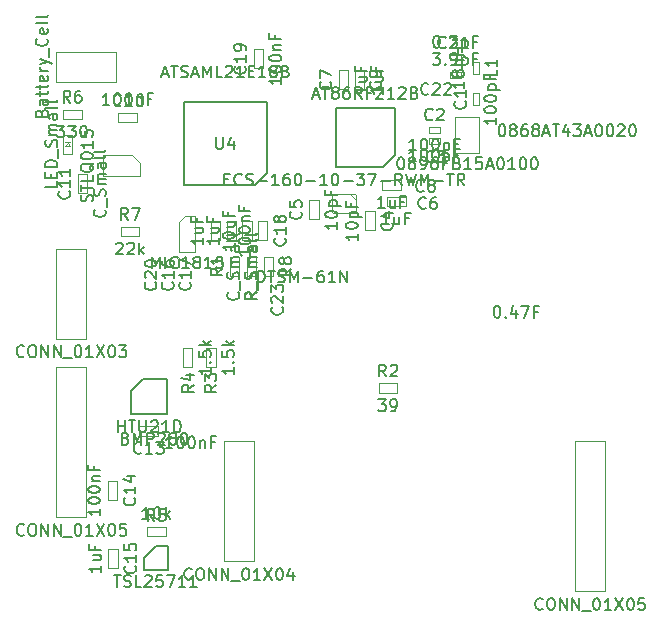
<source format=gbr>
G04 #@! TF.FileFunction,Other,Fab,Top*
%FSLAX46Y46*%
G04 Gerber Fmt 4.6, Leading zero omitted, Abs format (unit mm)*
G04 Created by KiCad (PCBNEW 4.0.5) date Thu Mar 16 09:26:44 2017*
%MOMM*%
%LPD*%
G01*
G04 APERTURE LIST*
%ADD10C,0.100000*%
%ADD11C,0.150000*%
G04 APERTURE END LIST*
D10*
X141818000Y-112727500D02*
X136738000Y-112727500D01*
X136738000Y-112727500D02*
X136738000Y-115267500D01*
X136738000Y-115267500D02*
X141818000Y-115267500D01*
X141818000Y-115267500D02*
X141818000Y-112727500D01*
X162957500Y-126250500D02*
X163757500Y-126250500D01*
X162957500Y-127850500D02*
X162957500Y-126250500D01*
X163757500Y-127850500D02*
X162957500Y-127850500D01*
X163757500Y-126250500D02*
X163757500Y-127850500D01*
X159023000Y-126911000D02*
X158223000Y-126911000D01*
X159023000Y-125311000D02*
X159023000Y-126911000D01*
X158223000Y-125311000D02*
X159023000Y-125311000D01*
X158223000Y-126911000D02*
X158223000Y-125311000D01*
X164780000Y-125799500D02*
X164780000Y-124999500D01*
X166380000Y-125799500D02*
X164780000Y-125799500D01*
X166380000Y-124999500D02*
X166380000Y-125799500D01*
X164780000Y-124999500D02*
X166380000Y-124999500D01*
X161535000Y-115912500D02*
X160735000Y-115912500D01*
X161535000Y-114312500D02*
X161535000Y-115912500D01*
X160735000Y-114312500D02*
X161535000Y-114312500D01*
X160735000Y-115912500D02*
X160735000Y-114312500D01*
X164399000Y-124402500D02*
X164399000Y-123602500D01*
X165999000Y-124402500D02*
X164399000Y-124402500D01*
X165999000Y-123602500D02*
X165999000Y-124402500D01*
X164399000Y-123602500D02*
X165999000Y-123602500D01*
X162868500Y-115912500D02*
X162068500Y-115912500D01*
X162868500Y-114312500D02*
X162868500Y-115912500D01*
X162068500Y-114312500D02*
X162868500Y-114312500D01*
X162068500Y-115912500D02*
X162068500Y-114312500D01*
X143634000Y-117915500D02*
X143634000Y-118715500D01*
X142034000Y-117915500D02*
X143634000Y-117915500D01*
X142034000Y-118715500D02*
X142034000Y-117915500D01*
X143634000Y-118715500D02*
X142034000Y-118715500D01*
X139424000Y-124703500D02*
X138624000Y-124703500D01*
X139424000Y-123103500D02*
X139424000Y-124703500D01*
X138624000Y-123103500D02*
X139424000Y-123103500D01*
X138624000Y-124703500D02*
X138624000Y-123103500D01*
X145425000Y-144430500D02*
X145425000Y-145230500D01*
X143825000Y-144430500D02*
X145425000Y-144430500D01*
X143825000Y-145230500D02*
X143825000Y-144430500D01*
X145425000Y-145230500D02*
X143825000Y-145230500D01*
X141141500Y-149060000D02*
X141941500Y-149060000D01*
X141141500Y-150660000D02*
X141141500Y-149060000D01*
X141941500Y-150660000D02*
X141141500Y-150660000D01*
X141941500Y-149060000D02*
X141941500Y-150660000D01*
X141205000Y-154838500D02*
X142005000Y-154838500D01*
X141205000Y-156438500D02*
X141205000Y-154838500D01*
X142005000Y-156438500D02*
X141205000Y-156438500D01*
X142005000Y-154838500D02*
X142005000Y-156438500D01*
X151210000Y-127076000D02*
X152010000Y-127076000D01*
X151210000Y-128676000D02*
X151210000Y-127076000D01*
X152010000Y-128676000D02*
X151210000Y-128676000D01*
X152010000Y-127076000D02*
X152010000Y-128676000D01*
X136814500Y-129400000D02*
X136814500Y-137020000D01*
X136814500Y-137020000D02*
X139354500Y-137020000D01*
X139354500Y-137020000D02*
X139354500Y-129400000D01*
X139354500Y-129400000D02*
X136814500Y-129400000D01*
X151020000Y-145730000D02*
X151020000Y-155890000D01*
X151020000Y-155890000D02*
X153560000Y-155890000D01*
X153560000Y-155890000D02*
X153560000Y-145730000D01*
X153560000Y-145730000D02*
X151020000Y-145730000D01*
X180730000Y-145730000D02*
X180730000Y-158430000D01*
X180730000Y-158430000D02*
X183270000Y-158430000D01*
X183270000Y-158430000D02*
X183270000Y-145730000D01*
X183270000Y-145730000D02*
X180730000Y-145730000D01*
X164081500Y-141611000D02*
X164081500Y-140811000D01*
X165681500Y-141611000D02*
X164081500Y-141611000D01*
X165681500Y-140811000D02*
X165681500Y-141611000D01*
X164081500Y-140811000D02*
X165681500Y-140811000D01*
X150295500Y-139407500D02*
X149495500Y-139407500D01*
X150295500Y-137807500D02*
X150295500Y-139407500D01*
X149495500Y-137807500D02*
X150295500Y-137807500D01*
X149495500Y-139407500D02*
X149495500Y-137807500D01*
X148327000Y-139407500D02*
X147527000Y-139407500D01*
X148327000Y-137807500D02*
X148327000Y-139407500D01*
X147527000Y-137807500D02*
X148327000Y-137807500D01*
X147527000Y-139407500D02*
X147527000Y-137807500D01*
X146060000Y-152939500D02*
X146060000Y-153739500D01*
X144460000Y-152939500D02*
X146060000Y-152939500D01*
X144460000Y-153739500D02*
X144460000Y-152939500D01*
X146060000Y-153739500D02*
X144460000Y-153739500D01*
X170596500Y-118287500D02*
X172501500Y-118287500D01*
X172501500Y-118287500D02*
X172628500Y-118287500D01*
X172628500Y-118287500D02*
X172628500Y-121335500D01*
X172628500Y-121335500D02*
X170596500Y-121335500D01*
X170596500Y-121335500D02*
X170596500Y-118287500D01*
D11*
X164441000Y-122515000D02*
X160441000Y-122515000D01*
X160441000Y-122515000D02*
X160441000Y-117515000D01*
X160441000Y-117515000D02*
X165441000Y-117515000D01*
X165441000Y-117515000D02*
X165441000Y-121515000D01*
X165441000Y-121515000D02*
X164441000Y-122515000D01*
X153602000Y-124010000D02*
X147602000Y-124010000D01*
X147602000Y-124010000D02*
X147602000Y-117010000D01*
X147602000Y-117010000D02*
X154602000Y-117010000D01*
X154602000Y-117010000D02*
X154602000Y-123010000D01*
X154602000Y-123010000D02*
X153602000Y-124010000D01*
D10*
X143226000Y-121479500D02*
X143876000Y-122129500D01*
X143876000Y-123279500D02*
X143876000Y-122129500D01*
X143226000Y-121479500D02*
X140776000Y-121479500D01*
X140776000Y-123279500D02*
X140776000Y-121479500D01*
X143876000Y-123279500D02*
X140776000Y-123279500D01*
D11*
X144153000Y-140422500D02*
X146153000Y-140422500D01*
X146153000Y-140422500D02*
X146153000Y-143422500D01*
X146153000Y-143422500D02*
X143153000Y-143422500D01*
X143153000Y-143422500D02*
X143153000Y-141422500D01*
X143153000Y-141422500D02*
X144153000Y-140422500D01*
X145224500Y-154575000D02*
X146224500Y-154575000D01*
X146224500Y-154575000D02*
X146224500Y-156575000D01*
X146224500Y-156575000D02*
X144224500Y-156575000D01*
X144224500Y-156575000D02*
X144224500Y-155575000D01*
X144224500Y-155575000D02*
X145224500Y-154575000D01*
D10*
X162063000Y-126403000D02*
X160263000Y-126403000D01*
X160263000Y-126403000D02*
X160163000Y-126303000D01*
X160163000Y-126303000D02*
X160163000Y-124903000D01*
X160163000Y-124903000D02*
X160263000Y-124803000D01*
X160263000Y-124803000D02*
X162063000Y-124803000D01*
X162063000Y-124803000D02*
X162163000Y-124903000D01*
X162163000Y-124903000D02*
X162163000Y-126303000D01*
X162163000Y-126303000D02*
X162063000Y-126403000D01*
X162163000Y-125303000D02*
X161663000Y-124803000D01*
X147163500Y-127180000D02*
X147163500Y-129630000D01*
X147713500Y-126610000D02*
X148563500Y-126610000D01*
X147163500Y-127180000D02*
X147713500Y-126610000D01*
X148563500Y-126610000D02*
X148563500Y-129650000D01*
X147163500Y-129650000D02*
X148563500Y-129650000D01*
X152543500Y-127076000D02*
X153343500Y-127076000D01*
X152543500Y-128676000D02*
X152543500Y-127076000D01*
X153343500Y-128676000D02*
X152543500Y-128676000D01*
X153343500Y-127076000D02*
X153343500Y-128676000D01*
X153877000Y-127076000D02*
X154677000Y-127076000D01*
X153877000Y-128676000D02*
X153877000Y-127076000D01*
X154677000Y-128676000D02*
X153877000Y-128676000D01*
X154677000Y-127076000D02*
X154677000Y-128676000D01*
X154296000Y-114134500D02*
X153496000Y-114134500D01*
X154296000Y-112534500D02*
X154296000Y-114134500D01*
X153496000Y-112534500D02*
X154296000Y-112534500D01*
X153496000Y-114134500D02*
X153496000Y-112534500D01*
X149876500Y-127076000D02*
X150676500Y-127076000D01*
X149876500Y-128676000D02*
X149876500Y-127076000D01*
X150676500Y-128676000D02*
X149876500Y-128676000D01*
X150676500Y-127076000D02*
X150676500Y-128676000D01*
X136814500Y-139433000D02*
X136814500Y-152133000D01*
X136814500Y-152133000D02*
X139354500Y-152133000D01*
X139354500Y-152133000D02*
X139354500Y-139433000D01*
X139354500Y-139433000D02*
X136814500Y-139433000D01*
X171096500Y-112957500D02*
X171096500Y-113457500D01*
X170096500Y-112957500D02*
X171096500Y-112957500D01*
X170096500Y-113457500D02*
X170096500Y-112957500D01*
X171096500Y-113457500D02*
X170096500Y-113457500D01*
X171096500Y-114418000D02*
X171096500Y-114918000D01*
X170096500Y-114418000D02*
X171096500Y-114418000D01*
X170096500Y-114918000D02*
X170096500Y-114418000D01*
X171096500Y-114918000D02*
X170096500Y-114918000D01*
X172061000Y-113596500D02*
X172561000Y-113596500D01*
X172061000Y-114596500D02*
X172061000Y-113596500D01*
X172561000Y-114596500D02*
X172061000Y-114596500D01*
X172561000Y-113596500D02*
X172561000Y-114596500D01*
X172561000Y-117263500D02*
X172061000Y-117263500D01*
X172561000Y-116263500D02*
X172561000Y-117263500D01*
X172061000Y-116263500D02*
X172561000Y-116263500D01*
X172061000Y-117263500D02*
X172061000Y-116263500D01*
X168318500Y-119617000D02*
X168318500Y-119117000D01*
X169318500Y-119617000D02*
X168318500Y-119617000D01*
X169318500Y-119117000D02*
X169318500Y-119617000D01*
X168318500Y-119117000D02*
X169318500Y-119117000D01*
X168318500Y-120506000D02*
X168318500Y-120006000D01*
X169318500Y-120506000D02*
X168318500Y-120506000D01*
X169318500Y-120006000D02*
X169318500Y-120506000D01*
X168318500Y-120006000D02*
X169318500Y-120006000D01*
X137967000Y-120373500D02*
X137567000Y-120373500D01*
X137767000Y-120423500D02*
X137967000Y-120723500D01*
X137567000Y-120723500D02*
X137767000Y-120423500D01*
X137967000Y-120723500D02*
X137567000Y-120723500D01*
X137367000Y-121373500D02*
X137367000Y-119773500D01*
X138167000Y-121373500D02*
X137367000Y-121373500D01*
X138167000Y-119773500D02*
X138167000Y-121373500D01*
X137367000Y-119773500D02*
X138167000Y-119773500D01*
X137348000Y-118433500D02*
X137348000Y-117633500D01*
X138948000Y-118433500D02*
X137348000Y-118433500D01*
X138948000Y-117633500D02*
X138948000Y-118433500D01*
X137348000Y-117633500D02*
X138948000Y-117633500D01*
X142237500Y-128339500D02*
X142237500Y-127539500D01*
X143837500Y-128339500D02*
X142237500Y-128339500D01*
X143837500Y-127539500D02*
X143837500Y-128339500D01*
X142237500Y-127539500D02*
X143837500Y-127539500D01*
X152924500Y-130124000D02*
X153724500Y-130124000D01*
X152924500Y-131724000D02*
X152924500Y-130124000D01*
X153724500Y-131724000D02*
X152924500Y-131724000D01*
X153724500Y-130124000D02*
X153724500Y-131724000D01*
X152264000Y-131724000D02*
X151464000Y-131724000D01*
X152264000Y-130124000D02*
X152264000Y-131724000D01*
X151464000Y-130124000D02*
X152264000Y-130124000D01*
X151464000Y-131724000D02*
X151464000Y-130124000D01*
X154385000Y-130124000D02*
X155185000Y-130124000D01*
X154385000Y-131724000D02*
X154385000Y-130124000D01*
X155185000Y-131724000D02*
X154385000Y-131724000D01*
X155185000Y-130124000D02*
X155185000Y-131724000D01*
D11*
X135546571Y-117902263D02*
X135594190Y-117759406D01*
X135641810Y-117711787D01*
X135737048Y-117664168D01*
X135879905Y-117664168D01*
X135975143Y-117711787D01*
X136022762Y-117759406D01*
X136070381Y-117854644D01*
X136070381Y-118235597D01*
X135070381Y-118235597D01*
X135070381Y-117902263D01*
X135118000Y-117807025D01*
X135165619Y-117759406D01*
X135260857Y-117711787D01*
X135356095Y-117711787D01*
X135451333Y-117759406D01*
X135498952Y-117807025D01*
X135546571Y-117902263D01*
X135546571Y-118235597D01*
X136070381Y-116807025D02*
X135546571Y-116807025D01*
X135451333Y-116854644D01*
X135403714Y-116949882D01*
X135403714Y-117140359D01*
X135451333Y-117235597D01*
X136022762Y-116807025D02*
X136070381Y-116902263D01*
X136070381Y-117140359D01*
X136022762Y-117235597D01*
X135927524Y-117283216D01*
X135832286Y-117283216D01*
X135737048Y-117235597D01*
X135689429Y-117140359D01*
X135689429Y-116902263D01*
X135641810Y-116807025D01*
X135403714Y-116473692D02*
X135403714Y-116092740D01*
X135070381Y-116330835D02*
X135927524Y-116330835D01*
X136022762Y-116283216D01*
X136070381Y-116187978D01*
X136070381Y-116092740D01*
X135403714Y-115902263D02*
X135403714Y-115521311D01*
X135070381Y-115759406D02*
X135927524Y-115759406D01*
X136022762Y-115711787D01*
X136070381Y-115616549D01*
X136070381Y-115521311D01*
X136022762Y-114807024D02*
X136070381Y-114902262D01*
X136070381Y-115092739D01*
X136022762Y-115187977D01*
X135927524Y-115235596D01*
X135546571Y-115235596D01*
X135451333Y-115187977D01*
X135403714Y-115092739D01*
X135403714Y-114902262D01*
X135451333Y-114807024D01*
X135546571Y-114759405D01*
X135641810Y-114759405D01*
X135737048Y-115235596D01*
X136070381Y-114330834D02*
X135403714Y-114330834D01*
X135594190Y-114330834D02*
X135498952Y-114283215D01*
X135451333Y-114235596D01*
X135403714Y-114140358D01*
X135403714Y-114045119D01*
X135403714Y-113807024D02*
X136070381Y-113568929D01*
X135403714Y-113330833D02*
X136070381Y-113568929D01*
X136308476Y-113664167D01*
X136356095Y-113711786D01*
X136403714Y-113807024D01*
X136165619Y-113187976D02*
X136165619Y-112426071D01*
X135975143Y-111616547D02*
X136022762Y-111664166D01*
X136070381Y-111807023D01*
X136070381Y-111902261D01*
X136022762Y-112045119D01*
X135927524Y-112140357D01*
X135832286Y-112187976D01*
X135641810Y-112235595D01*
X135498952Y-112235595D01*
X135308476Y-112187976D01*
X135213238Y-112140357D01*
X135118000Y-112045119D01*
X135070381Y-111902261D01*
X135070381Y-111807023D01*
X135118000Y-111664166D01*
X135165619Y-111616547D01*
X136022762Y-110807023D02*
X136070381Y-110902261D01*
X136070381Y-111092738D01*
X136022762Y-111187976D01*
X135927524Y-111235595D01*
X135546571Y-111235595D01*
X135451333Y-111187976D01*
X135403714Y-111092738D01*
X135403714Y-110902261D01*
X135451333Y-110807023D01*
X135546571Y-110759404D01*
X135641810Y-110759404D01*
X135737048Y-111235595D01*
X136070381Y-110187976D02*
X136022762Y-110283214D01*
X135927524Y-110330833D01*
X135070381Y-110330833D01*
X136070381Y-109664166D02*
X136022762Y-109759404D01*
X135927524Y-109807023D01*
X135070381Y-109807023D01*
X162309881Y-128121928D02*
X162309881Y-128693357D01*
X162309881Y-128407643D02*
X161309881Y-128407643D01*
X161452738Y-128502881D01*
X161547976Y-128598119D01*
X161595595Y-128693357D01*
X161309881Y-127502881D02*
X161309881Y-127407642D01*
X161357500Y-127312404D01*
X161405119Y-127264785D01*
X161500357Y-127217166D01*
X161690833Y-127169547D01*
X161928929Y-127169547D01*
X162119405Y-127217166D01*
X162214643Y-127264785D01*
X162262262Y-127312404D01*
X162309881Y-127407642D01*
X162309881Y-127502881D01*
X162262262Y-127598119D01*
X162214643Y-127645738D01*
X162119405Y-127693357D01*
X161928929Y-127740976D01*
X161690833Y-127740976D01*
X161500357Y-127693357D01*
X161405119Y-127645738D01*
X161357500Y-127598119D01*
X161309881Y-127502881D01*
X161643214Y-126740976D02*
X162643214Y-126740976D01*
X161690833Y-126740976D02*
X161643214Y-126645738D01*
X161643214Y-126455261D01*
X161690833Y-126360023D01*
X161738452Y-126312404D01*
X161833690Y-126264785D01*
X162119405Y-126264785D01*
X162214643Y-126312404D01*
X162262262Y-126360023D01*
X162309881Y-126455261D01*
X162309881Y-126645738D01*
X162262262Y-126740976D01*
X161786071Y-125502880D02*
X161786071Y-125836214D01*
X162309881Y-125836214D02*
X161309881Y-125836214D01*
X161309881Y-125360023D01*
X165214643Y-127217166D02*
X165262262Y-127264785D01*
X165309881Y-127407642D01*
X165309881Y-127502880D01*
X165262262Y-127645738D01*
X165167024Y-127740976D01*
X165071786Y-127788595D01*
X164881310Y-127836214D01*
X164738452Y-127836214D01*
X164547976Y-127788595D01*
X164452738Y-127740976D01*
X164357500Y-127645738D01*
X164309881Y-127502880D01*
X164309881Y-127407642D01*
X164357500Y-127264785D01*
X164405119Y-127217166D01*
X164643214Y-126360023D02*
X165309881Y-126360023D01*
X164262262Y-126598119D02*
X164976548Y-126836214D01*
X164976548Y-126217166D01*
X160575381Y-127182428D02*
X160575381Y-127753857D01*
X160575381Y-127468143D02*
X159575381Y-127468143D01*
X159718238Y-127563381D01*
X159813476Y-127658619D01*
X159861095Y-127753857D01*
X159575381Y-126563381D02*
X159575381Y-126468142D01*
X159623000Y-126372904D01*
X159670619Y-126325285D01*
X159765857Y-126277666D01*
X159956333Y-126230047D01*
X160194429Y-126230047D01*
X160384905Y-126277666D01*
X160480143Y-126325285D01*
X160527762Y-126372904D01*
X160575381Y-126468142D01*
X160575381Y-126563381D01*
X160527762Y-126658619D01*
X160480143Y-126706238D01*
X160384905Y-126753857D01*
X160194429Y-126801476D01*
X159956333Y-126801476D01*
X159765857Y-126753857D01*
X159670619Y-126706238D01*
X159623000Y-126658619D01*
X159575381Y-126563381D01*
X159908714Y-125801476D02*
X160908714Y-125801476D01*
X159956333Y-125801476D02*
X159908714Y-125706238D01*
X159908714Y-125515761D01*
X159956333Y-125420523D01*
X160003952Y-125372904D01*
X160099190Y-125325285D01*
X160384905Y-125325285D01*
X160480143Y-125372904D01*
X160527762Y-125420523D01*
X160575381Y-125515761D01*
X160575381Y-125706238D01*
X160527762Y-125801476D01*
X160051571Y-124563380D02*
X160051571Y-124896714D01*
X160575381Y-124896714D02*
X159575381Y-124896714D01*
X159575381Y-124420523D01*
X157480143Y-126277666D02*
X157527762Y-126325285D01*
X157575381Y-126468142D01*
X157575381Y-126563380D01*
X157527762Y-126706238D01*
X157432524Y-126801476D01*
X157337286Y-126849095D01*
X157146810Y-126896714D01*
X157003952Y-126896714D01*
X156813476Y-126849095D01*
X156718238Y-126801476D01*
X156623000Y-126706238D01*
X156575381Y-126563380D01*
X156575381Y-126468142D01*
X156623000Y-126325285D01*
X156670619Y-126277666D01*
X156575381Y-125372904D02*
X156575381Y-125849095D01*
X157051571Y-125896714D01*
X157003952Y-125849095D01*
X156956333Y-125753857D01*
X156956333Y-125515761D01*
X157003952Y-125420523D01*
X157051571Y-125372904D01*
X157146810Y-125325285D01*
X157384905Y-125325285D01*
X157480143Y-125372904D01*
X157527762Y-125420523D01*
X157575381Y-125515761D01*
X157575381Y-125753857D01*
X157527762Y-125849095D01*
X157480143Y-125896714D01*
X164984762Y-127351881D02*
X164413333Y-127351881D01*
X164699047Y-127351881D02*
X164699047Y-126351881D01*
X164603809Y-126494738D01*
X164508571Y-126589976D01*
X164413333Y-126637595D01*
X165841905Y-126685214D02*
X165841905Y-127351881D01*
X165413333Y-126685214D02*
X165413333Y-127209024D01*
X165460952Y-127304262D01*
X165556190Y-127351881D01*
X165699048Y-127351881D01*
X165794286Y-127304262D01*
X165841905Y-127256643D01*
X166651429Y-126828071D02*
X166318095Y-126828071D01*
X166318095Y-127351881D02*
X166318095Y-126351881D01*
X166794286Y-126351881D01*
X168080334Y-125947143D02*
X168032715Y-125994762D01*
X167889858Y-126042381D01*
X167794620Y-126042381D01*
X167651762Y-125994762D01*
X167556524Y-125899524D01*
X167508905Y-125804286D01*
X167461286Y-125613810D01*
X167461286Y-125470952D01*
X167508905Y-125280476D01*
X167556524Y-125185238D01*
X167651762Y-125090000D01*
X167794620Y-125042381D01*
X167889858Y-125042381D01*
X168032715Y-125090000D01*
X168080334Y-125137619D01*
X168937477Y-125042381D02*
X168747000Y-125042381D01*
X168651762Y-125090000D01*
X168604143Y-125137619D01*
X168508905Y-125280476D01*
X168461286Y-125470952D01*
X168461286Y-125851905D01*
X168508905Y-125947143D01*
X168556524Y-125994762D01*
X168651762Y-126042381D01*
X168842239Y-126042381D01*
X168937477Y-125994762D01*
X168985096Y-125947143D01*
X169032715Y-125851905D01*
X169032715Y-125613810D01*
X168985096Y-125518571D01*
X168937477Y-125470952D01*
X168842239Y-125423333D01*
X168651762Y-125423333D01*
X168556524Y-125470952D01*
X168508905Y-125518571D01*
X168461286Y-125613810D01*
X163087381Y-115707738D02*
X163087381Y-116279167D01*
X163087381Y-115993453D02*
X162087381Y-115993453D01*
X162230238Y-116088691D01*
X162325476Y-116183929D01*
X162373095Y-116279167D01*
X162420714Y-114850595D02*
X163087381Y-114850595D01*
X162420714Y-115279167D02*
X162944524Y-115279167D01*
X163039762Y-115231548D01*
X163087381Y-115136310D01*
X163087381Y-114993452D01*
X163039762Y-114898214D01*
X162992143Y-114850595D01*
X162563571Y-114041071D02*
X162563571Y-114374405D01*
X163087381Y-114374405D02*
X162087381Y-114374405D01*
X162087381Y-113898214D01*
X159992143Y-115279166D02*
X160039762Y-115326785D01*
X160087381Y-115469642D01*
X160087381Y-115564880D01*
X160039762Y-115707738D01*
X159944524Y-115802976D01*
X159849286Y-115850595D01*
X159658810Y-115898214D01*
X159515952Y-115898214D01*
X159325476Y-115850595D01*
X159230238Y-115802976D01*
X159135000Y-115707738D01*
X159087381Y-115564880D01*
X159087381Y-115469642D01*
X159135000Y-115326785D01*
X159182619Y-115279166D01*
X159087381Y-114945833D02*
X159087381Y-114279166D01*
X160087381Y-114707738D01*
X164603762Y-125954881D02*
X164032333Y-125954881D01*
X164318047Y-125954881D02*
X164318047Y-124954881D01*
X164222809Y-125097738D01*
X164127571Y-125192976D01*
X164032333Y-125240595D01*
X165460905Y-125288214D02*
X165460905Y-125954881D01*
X165032333Y-125288214D02*
X165032333Y-125812024D01*
X165079952Y-125907262D01*
X165175190Y-125954881D01*
X165318048Y-125954881D01*
X165413286Y-125907262D01*
X165460905Y-125859643D01*
X166270429Y-125431071D02*
X165937095Y-125431071D01*
X165937095Y-125954881D02*
X165937095Y-124954881D01*
X166413286Y-124954881D01*
X167889834Y-124486643D02*
X167842215Y-124534262D01*
X167699358Y-124581881D01*
X167604120Y-124581881D01*
X167461262Y-124534262D01*
X167366024Y-124439024D01*
X167318405Y-124343786D01*
X167270786Y-124153310D01*
X167270786Y-124010452D01*
X167318405Y-123819976D01*
X167366024Y-123724738D01*
X167461262Y-123629500D01*
X167604120Y-123581881D01*
X167699358Y-123581881D01*
X167842215Y-123629500D01*
X167889834Y-123677119D01*
X168461262Y-124010452D02*
X168366024Y-123962833D01*
X168318405Y-123915214D01*
X168270786Y-123819976D01*
X168270786Y-123772357D01*
X168318405Y-123677119D01*
X168366024Y-123629500D01*
X168461262Y-123581881D01*
X168651739Y-123581881D01*
X168746977Y-123629500D01*
X168794596Y-123677119D01*
X168842215Y-123772357D01*
X168842215Y-123819976D01*
X168794596Y-123915214D01*
X168746977Y-123962833D01*
X168651739Y-124010452D01*
X168461262Y-124010452D01*
X168366024Y-124058071D01*
X168318405Y-124105690D01*
X168270786Y-124200929D01*
X168270786Y-124391405D01*
X168318405Y-124486643D01*
X168366024Y-124534262D01*
X168461262Y-124581881D01*
X168651739Y-124581881D01*
X168746977Y-124534262D01*
X168794596Y-124486643D01*
X168842215Y-124391405D01*
X168842215Y-124200929D01*
X168794596Y-124105690D01*
X168746977Y-124058071D01*
X168651739Y-124010452D01*
X164420881Y-115707738D02*
X164420881Y-116279167D01*
X164420881Y-115993453D02*
X163420881Y-115993453D01*
X163563738Y-116088691D01*
X163658976Y-116183929D01*
X163706595Y-116279167D01*
X163754214Y-114850595D02*
X164420881Y-114850595D01*
X163754214Y-115279167D02*
X164278024Y-115279167D01*
X164373262Y-115231548D01*
X164420881Y-115136310D01*
X164420881Y-114993452D01*
X164373262Y-114898214D01*
X164325643Y-114850595D01*
X163897071Y-114041071D02*
X163897071Y-114374405D01*
X164420881Y-114374405D02*
X163420881Y-114374405D01*
X163420881Y-113898214D01*
X164222643Y-115279166D02*
X164270262Y-115326785D01*
X164317881Y-115469642D01*
X164317881Y-115564880D01*
X164270262Y-115707738D01*
X164175024Y-115802976D01*
X164079786Y-115850595D01*
X163889310Y-115898214D01*
X163746452Y-115898214D01*
X163555976Y-115850595D01*
X163460738Y-115802976D01*
X163365500Y-115707738D01*
X163317881Y-115564880D01*
X163317881Y-115469642D01*
X163365500Y-115326785D01*
X163413119Y-115279166D01*
X164317881Y-114802976D02*
X164317881Y-114612500D01*
X164270262Y-114517261D01*
X164222643Y-114469642D01*
X164079786Y-114374404D01*
X163889310Y-114326785D01*
X163508357Y-114326785D01*
X163413119Y-114374404D01*
X163365500Y-114422023D01*
X163317881Y-114517261D01*
X163317881Y-114707738D01*
X163365500Y-114802976D01*
X163413119Y-114850595D01*
X163508357Y-114898214D01*
X163746452Y-114898214D01*
X163841690Y-114850595D01*
X163889310Y-114802976D01*
X163936929Y-114707738D01*
X163936929Y-114517261D01*
X163889310Y-114422023D01*
X163841690Y-114374404D01*
X163746452Y-114326785D01*
X141286381Y-117267881D02*
X140714952Y-117267881D01*
X141000666Y-117267881D02*
X141000666Y-116267881D01*
X140905428Y-116410738D01*
X140810190Y-116505976D01*
X140714952Y-116553595D01*
X141905428Y-116267881D02*
X142000667Y-116267881D01*
X142095905Y-116315500D01*
X142143524Y-116363119D01*
X142191143Y-116458357D01*
X142238762Y-116648833D01*
X142238762Y-116886929D01*
X142191143Y-117077405D01*
X142143524Y-117172643D01*
X142095905Y-117220262D01*
X142000667Y-117267881D01*
X141905428Y-117267881D01*
X141810190Y-117220262D01*
X141762571Y-117172643D01*
X141714952Y-117077405D01*
X141667333Y-116886929D01*
X141667333Y-116648833D01*
X141714952Y-116458357D01*
X141762571Y-116363119D01*
X141810190Y-116315500D01*
X141905428Y-116267881D01*
X142857809Y-116267881D02*
X142953048Y-116267881D01*
X143048286Y-116315500D01*
X143095905Y-116363119D01*
X143143524Y-116458357D01*
X143191143Y-116648833D01*
X143191143Y-116886929D01*
X143143524Y-117077405D01*
X143095905Y-117172643D01*
X143048286Y-117220262D01*
X142953048Y-117267881D01*
X142857809Y-117267881D01*
X142762571Y-117220262D01*
X142714952Y-117172643D01*
X142667333Y-117077405D01*
X142619714Y-116886929D01*
X142619714Y-116648833D01*
X142667333Y-116458357D01*
X142714952Y-116363119D01*
X142762571Y-116315500D01*
X142857809Y-116267881D01*
X143619714Y-116601214D02*
X143619714Y-117267881D01*
X143619714Y-116696452D02*
X143667333Y-116648833D01*
X143762571Y-116601214D01*
X143905429Y-116601214D01*
X144000667Y-116648833D01*
X144048286Y-116744071D01*
X144048286Y-117267881D01*
X144857810Y-116744071D02*
X144524476Y-116744071D01*
X144524476Y-117267881D02*
X144524476Y-116267881D01*
X145000667Y-116267881D01*
X142267643Y-117247643D02*
X142220024Y-117295262D01*
X142077167Y-117342881D01*
X141981929Y-117342881D01*
X141839071Y-117295262D01*
X141743833Y-117200024D01*
X141696214Y-117104786D01*
X141648595Y-116914310D01*
X141648595Y-116771452D01*
X141696214Y-116580976D01*
X141743833Y-116485738D01*
X141839071Y-116390500D01*
X141981929Y-116342881D01*
X142077167Y-116342881D01*
X142220024Y-116390500D01*
X142267643Y-116438119D01*
X143220024Y-117342881D02*
X142648595Y-117342881D01*
X142934309Y-117342881D02*
X142934309Y-116342881D01*
X142839071Y-116485738D01*
X142743833Y-116580976D01*
X142648595Y-116628595D01*
X143839071Y-116342881D02*
X143934310Y-116342881D01*
X144029548Y-116390500D01*
X144077167Y-116438119D01*
X144124786Y-116533357D01*
X144172405Y-116723833D01*
X144172405Y-116961929D01*
X144124786Y-117152405D01*
X144077167Y-117247643D01*
X144029548Y-117295262D01*
X143934310Y-117342881D01*
X143839071Y-117342881D01*
X143743833Y-117295262D01*
X143696214Y-117247643D01*
X143648595Y-117152405D01*
X143600976Y-116961929D01*
X143600976Y-116723833D01*
X143648595Y-116533357D01*
X143696214Y-116438119D01*
X143743833Y-116390500D01*
X143839071Y-116342881D01*
X140881143Y-126093976D02*
X140928762Y-126141595D01*
X140976381Y-126284452D01*
X140976381Y-126379690D01*
X140928762Y-126522548D01*
X140833524Y-126617786D01*
X140738286Y-126665405D01*
X140547810Y-126713024D01*
X140404952Y-126713024D01*
X140214476Y-126665405D01*
X140119238Y-126617786D01*
X140024000Y-126522548D01*
X139976381Y-126379690D01*
X139976381Y-126284452D01*
X140024000Y-126141595D01*
X140071619Y-126093976D01*
X141071619Y-125903500D02*
X141071619Y-125141595D01*
X140928762Y-124951119D02*
X140976381Y-124808262D01*
X140976381Y-124570166D01*
X140928762Y-124474928D01*
X140881143Y-124427309D01*
X140785905Y-124379690D01*
X140690667Y-124379690D01*
X140595429Y-124427309D01*
X140547810Y-124474928D01*
X140500190Y-124570166D01*
X140452571Y-124760643D01*
X140404952Y-124855881D01*
X140357333Y-124903500D01*
X140262095Y-124951119D01*
X140166857Y-124951119D01*
X140071619Y-124903500D01*
X140024000Y-124855881D01*
X139976381Y-124760643D01*
X139976381Y-124522547D01*
X140024000Y-124379690D01*
X140976381Y-123951119D02*
X140309714Y-123951119D01*
X140404952Y-123951119D02*
X140357333Y-123903500D01*
X140309714Y-123808262D01*
X140309714Y-123665404D01*
X140357333Y-123570166D01*
X140452571Y-123522547D01*
X140976381Y-123522547D01*
X140452571Y-123522547D02*
X140357333Y-123474928D01*
X140309714Y-123379690D01*
X140309714Y-123236833D01*
X140357333Y-123141595D01*
X140452571Y-123093976D01*
X140976381Y-123093976D01*
X140976381Y-122189214D02*
X140452571Y-122189214D01*
X140357333Y-122236833D01*
X140309714Y-122332071D01*
X140309714Y-122522548D01*
X140357333Y-122617786D01*
X140928762Y-122189214D02*
X140976381Y-122284452D01*
X140976381Y-122522548D01*
X140928762Y-122617786D01*
X140833524Y-122665405D01*
X140738286Y-122665405D01*
X140643048Y-122617786D01*
X140595429Y-122522548D01*
X140595429Y-122284452D01*
X140547810Y-122189214D01*
X140976381Y-121570167D02*
X140928762Y-121665405D01*
X140833524Y-121713024D01*
X139976381Y-121713024D01*
X140976381Y-121046357D02*
X140928762Y-121141595D01*
X140833524Y-121189214D01*
X139976381Y-121189214D01*
X137881143Y-124546357D02*
X137928762Y-124593976D01*
X137976381Y-124736833D01*
X137976381Y-124832071D01*
X137928762Y-124974929D01*
X137833524Y-125070167D01*
X137738286Y-125117786D01*
X137547810Y-125165405D01*
X137404952Y-125165405D01*
X137214476Y-125117786D01*
X137119238Y-125070167D01*
X137024000Y-124974929D01*
X136976381Y-124832071D01*
X136976381Y-124736833D01*
X137024000Y-124593976D01*
X137071619Y-124546357D01*
X137976381Y-123593976D02*
X137976381Y-124165405D01*
X137976381Y-123879691D02*
X136976381Y-123879691D01*
X137119238Y-123974929D01*
X137214476Y-124070167D01*
X137262095Y-124165405D01*
X137976381Y-122641595D02*
X137976381Y-123213024D01*
X137976381Y-122927310D02*
X136976381Y-122927310D01*
X137119238Y-123022548D01*
X137214476Y-123117786D01*
X137262095Y-123213024D01*
X174073333Y-134249881D02*
X174168572Y-134249881D01*
X174263810Y-134297500D01*
X174311429Y-134345119D01*
X174359048Y-134440357D01*
X174406667Y-134630833D01*
X174406667Y-134868929D01*
X174359048Y-135059405D01*
X174311429Y-135154643D01*
X174263810Y-135202262D01*
X174168572Y-135249881D01*
X174073333Y-135249881D01*
X173978095Y-135202262D01*
X173930476Y-135154643D01*
X173882857Y-135059405D01*
X173835238Y-134868929D01*
X173835238Y-134630833D01*
X173882857Y-134440357D01*
X173930476Y-134345119D01*
X173978095Y-134297500D01*
X174073333Y-134249881D01*
X174835238Y-135154643D02*
X174882857Y-135202262D01*
X174835238Y-135249881D01*
X174787619Y-135202262D01*
X174835238Y-135154643D01*
X174835238Y-135249881D01*
X175740000Y-134583214D02*
X175740000Y-135249881D01*
X175501904Y-134202262D02*
X175263809Y-134916548D01*
X175882857Y-134916548D01*
X176168571Y-134249881D02*
X176835238Y-134249881D01*
X176406666Y-135249881D01*
X177549524Y-134726071D02*
X177216190Y-134726071D01*
X177216190Y-135249881D02*
X177216190Y-134249881D01*
X177692381Y-134249881D01*
X146633381Y-146298881D02*
X146061952Y-146298881D01*
X146347666Y-146298881D02*
X146347666Y-145298881D01*
X146252428Y-145441738D01*
X146157190Y-145536976D01*
X146061952Y-145584595D01*
X147252428Y-145298881D02*
X147347667Y-145298881D01*
X147442905Y-145346500D01*
X147490524Y-145394119D01*
X147538143Y-145489357D01*
X147585762Y-145679833D01*
X147585762Y-145917929D01*
X147538143Y-146108405D01*
X147490524Y-146203643D01*
X147442905Y-146251262D01*
X147347667Y-146298881D01*
X147252428Y-146298881D01*
X147157190Y-146251262D01*
X147109571Y-146203643D01*
X147061952Y-146108405D01*
X147014333Y-145917929D01*
X147014333Y-145679833D01*
X147061952Y-145489357D01*
X147109571Y-145394119D01*
X147157190Y-145346500D01*
X147252428Y-145298881D01*
X148204809Y-145298881D02*
X148300048Y-145298881D01*
X148395286Y-145346500D01*
X148442905Y-145394119D01*
X148490524Y-145489357D01*
X148538143Y-145679833D01*
X148538143Y-145917929D01*
X148490524Y-146108405D01*
X148442905Y-146203643D01*
X148395286Y-146251262D01*
X148300048Y-146298881D01*
X148204809Y-146298881D01*
X148109571Y-146251262D01*
X148061952Y-146203643D01*
X148014333Y-146108405D01*
X147966714Y-145917929D01*
X147966714Y-145679833D01*
X148014333Y-145489357D01*
X148061952Y-145394119D01*
X148109571Y-145346500D01*
X148204809Y-145298881D01*
X148966714Y-145632214D02*
X148966714Y-146298881D01*
X148966714Y-145727452D02*
X149014333Y-145679833D01*
X149109571Y-145632214D01*
X149252429Y-145632214D01*
X149347667Y-145679833D01*
X149395286Y-145775071D01*
X149395286Y-146298881D01*
X150204810Y-145775071D02*
X149871476Y-145775071D01*
X149871476Y-146298881D02*
X149871476Y-145298881D01*
X150347667Y-145298881D01*
X143982143Y-146687643D02*
X143934524Y-146735262D01*
X143791667Y-146782881D01*
X143696429Y-146782881D01*
X143553571Y-146735262D01*
X143458333Y-146640024D01*
X143410714Y-146544786D01*
X143363095Y-146354310D01*
X143363095Y-146211452D01*
X143410714Y-146020976D01*
X143458333Y-145925738D01*
X143553571Y-145830500D01*
X143696429Y-145782881D01*
X143791667Y-145782881D01*
X143934524Y-145830500D01*
X143982143Y-145878119D01*
X144934524Y-146782881D02*
X144363095Y-146782881D01*
X144648809Y-146782881D02*
X144648809Y-145782881D01*
X144553571Y-145925738D01*
X144458333Y-146020976D01*
X144363095Y-146068595D01*
X145267857Y-145782881D02*
X145886905Y-145782881D01*
X145553571Y-146163833D01*
X145696429Y-146163833D01*
X145791667Y-146211452D01*
X145839286Y-146259071D01*
X145886905Y-146354310D01*
X145886905Y-146592405D01*
X145839286Y-146687643D01*
X145791667Y-146735262D01*
X145696429Y-146782881D01*
X145410714Y-146782881D01*
X145315476Y-146735262D01*
X145267857Y-146687643D01*
X140493881Y-151407619D02*
X140493881Y-151979048D01*
X140493881Y-151693334D02*
X139493881Y-151693334D01*
X139636738Y-151788572D01*
X139731976Y-151883810D01*
X139779595Y-151979048D01*
X139493881Y-150788572D02*
X139493881Y-150693333D01*
X139541500Y-150598095D01*
X139589119Y-150550476D01*
X139684357Y-150502857D01*
X139874833Y-150455238D01*
X140112929Y-150455238D01*
X140303405Y-150502857D01*
X140398643Y-150550476D01*
X140446262Y-150598095D01*
X140493881Y-150693333D01*
X140493881Y-150788572D01*
X140446262Y-150883810D01*
X140398643Y-150931429D01*
X140303405Y-150979048D01*
X140112929Y-151026667D01*
X139874833Y-151026667D01*
X139684357Y-150979048D01*
X139589119Y-150931429D01*
X139541500Y-150883810D01*
X139493881Y-150788572D01*
X139493881Y-149836191D02*
X139493881Y-149740952D01*
X139541500Y-149645714D01*
X139589119Y-149598095D01*
X139684357Y-149550476D01*
X139874833Y-149502857D01*
X140112929Y-149502857D01*
X140303405Y-149550476D01*
X140398643Y-149598095D01*
X140446262Y-149645714D01*
X140493881Y-149740952D01*
X140493881Y-149836191D01*
X140446262Y-149931429D01*
X140398643Y-149979048D01*
X140303405Y-150026667D01*
X140112929Y-150074286D01*
X139874833Y-150074286D01*
X139684357Y-150026667D01*
X139589119Y-149979048D01*
X139541500Y-149931429D01*
X139493881Y-149836191D01*
X139827214Y-149074286D02*
X140493881Y-149074286D01*
X139922452Y-149074286D02*
X139874833Y-149026667D01*
X139827214Y-148931429D01*
X139827214Y-148788571D01*
X139874833Y-148693333D01*
X139970071Y-148645714D01*
X140493881Y-148645714D01*
X139970071Y-147836190D02*
X139970071Y-148169524D01*
X140493881Y-148169524D02*
X139493881Y-148169524D01*
X139493881Y-147693333D01*
X143398643Y-150502857D02*
X143446262Y-150550476D01*
X143493881Y-150693333D01*
X143493881Y-150788571D01*
X143446262Y-150931429D01*
X143351024Y-151026667D01*
X143255786Y-151074286D01*
X143065310Y-151121905D01*
X142922452Y-151121905D01*
X142731976Y-151074286D01*
X142636738Y-151026667D01*
X142541500Y-150931429D01*
X142493881Y-150788571D01*
X142493881Y-150693333D01*
X142541500Y-150550476D01*
X142589119Y-150502857D01*
X143493881Y-149550476D02*
X143493881Y-150121905D01*
X143493881Y-149836191D02*
X142493881Y-149836191D01*
X142636738Y-149931429D01*
X142731976Y-150026667D01*
X142779595Y-150121905D01*
X142827214Y-148693333D02*
X143493881Y-148693333D01*
X142446262Y-148931429D02*
X143160548Y-149169524D01*
X143160548Y-148550476D01*
X140557381Y-156233738D02*
X140557381Y-156805167D01*
X140557381Y-156519453D02*
X139557381Y-156519453D01*
X139700238Y-156614691D01*
X139795476Y-156709929D01*
X139843095Y-156805167D01*
X139890714Y-155376595D02*
X140557381Y-155376595D01*
X139890714Y-155805167D02*
X140414524Y-155805167D01*
X140509762Y-155757548D01*
X140557381Y-155662310D01*
X140557381Y-155519452D01*
X140509762Y-155424214D01*
X140462143Y-155376595D01*
X140033571Y-154567071D02*
X140033571Y-154900405D01*
X140557381Y-154900405D02*
X139557381Y-154900405D01*
X139557381Y-154424214D01*
X143462143Y-156281357D02*
X143509762Y-156328976D01*
X143557381Y-156471833D01*
X143557381Y-156567071D01*
X143509762Y-156709929D01*
X143414524Y-156805167D01*
X143319286Y-156852786D01*
X143128810Y-156900405D01*
X142985952Y-156900405D01*
X142795476Y-156852786D01*
X142700238Y-156805167D01*
X142605000Y-156709929D01*
X142557381Y-156567071D01*
X142557381Y-156471833D01*
X142605000Y-156328976D01*
X142652619Y-156281357D01*
X143557381Y-155328976D02*
X143557381Y-155900405D01*
X143557381Y-155614691D02*
X142557381Y-155614691D01*
X142700238Y-155709929D01*
X142795476Y-155805167D01*
X142843095Y-155900405D01*
X142557381Y-154424214D02*
X142557381Y-154900405D01*
X143033571Y-154948024D01*
X142985952Y-154900405D01*
X142938333Y-154805167D01*
X142938333Y-154567071D01*
X142985952Y-154471833D01*
X143033571Y-154424214D01*
X143128810Y-154376595D01*
X143366905Y-154376595D01*
X143462143Y-154424214D01*
X143509762Y-154471833D01*
X143557381Y-154567071D01*
X143557381Y-154805167D01*
X143509762Y-154900405D01*
X143462143Y-154948024D01*
X150562381Y-128471238D02*
X150562381Y-129042667D01*
X150562381Y-128756953D02*
X149562381Y-128756953D01*
X149705238Y-128852191D01*
X149800476Y-128947429D01*
X149848095Y-129042667D01*
X149895714Y-127614095D02*
X150562381Y-127614095D01*
X149895714Y-128042667D02*
X150419524Y-128042667D01*
X150514762Y-127995048D01*
X150562381Y-127899810D01*
X150562381Y-127756952D01*
X150514762Y-127661714D01*
X150467143Y-127614095D01*
X150038571Y-126804571D02*
X150038571Y-127137905D01*
X150562381Y-127137905D02*
X149562381Y-127137905D01*
X149562381Y-126661714D01*
X146633143Y-132265357D02*
X146680762Y-132312976D01*
X146728381Y-132455833D01*
X146728381Y-132551071D01*
X146680762Y-132693929D01*
X146585524Y-132789167D01*
X146490286Y-132836786D01*
X146299810Y-132884405D01*
X146156952Y-132884405D01*
X145966476Y-132836786D01*
X145871238Y-132789167D01*
X145776000Y-132693929D01*
X145728381Y-132551071D01*
X145728381Y-132455833D01*
X145776000Y-132312976D01*
X145823619Y-132265357D01*
X146728381Y-131312976D02*
X146728381Y-131884405D01*
X146728381Y-131598691D02*
X145728381Y-131598691D01*
X145871238Y-131693929D01*
X145966476Y-131789167D01*
X146014095Y-131884405D01*
X145728381Y-130455833D02*
X145728381Y-130646310D01*
X145776000Y-130741548D01*
X145823619Y-130789167D01*
X145966476Y-130884405D01*
X146156952Y-130932024D01*
X146537905Y-130932024D01*
X146633143Y-130884405D01*
X146680762Y-130836786D01*
X146728381Y-130741548D01*
X146728381Y-130551071D01*
X146680762Y-130455833D01*
X146633143Y-130408214D01*
X146537905Y-130360595D01*
X146299810Y-130360595D01*
X146204571Y-130408214D01*
X146156952Y-130455833D01*
X146109333Y-130551071D01*
X146109333Y-130741548D01*
X146156952Y-130836786D01*
X146204571Y-130884405D01*
X146299810Y-130932024D01*
X134060691Y-138497143D02*
X134013072Y-138544762D01*
X133870215Y-138592381D01*
X133774977Y-138592381D01*
X133632119Y-138544762D01*
X133536881Y-138449524D01*
X133489262Y-138354286D01*
X133441643Y-138163810D01*
X133441643Y-138020952D01*
X133489262Y-137830476D01*
X133536881Y-137735238D01*
X133632119Y-137640000D01*
X133774977Y-137592381D01*
X133870215Y-137592381D01*
X134013072Y-137640000D01*
X134060691Y-137687619D01*
X134679738Y-137592381D02*
X134870215Y-137592381D01*
X134965453Y-137640000D01*
X135060691Y-137735238D01*
X135108310Y-137925714D01*
X135108310Y-138259048D01*
X135060691Y-138449524D01*
X134965453Y-138544762D01*
X134870215Y-138592381D01*
X134679738Y-138592381D01*
X134584500Y-138544762D01*
X134489262Y-138449524D01*
X134441643Y-138259048D01*
X134441643Y-137925714D01*
X134489262Y-137735238D01*
X134584500Y-137640000D01*
X134679738Y-137592381D01*
X135536881Y-138592381D02*
X135536881Y-137592381D01*
X136108310Y-138592381D01*
X136108310Y-137592381D01*
X136584500Y-138592381D02*
X136584500Y-137592381D01*
X137155929Y-138592381D01*
X137155929Y-137592381D01*
X137394024Y-138687619D02*
X138155929Y-138687619D01*
X138584500Y-137592381D02*
X138679739Y-137592381D01*
X138774977Y-137640000D01*
X138822596Y-137687619D01*
X138870215Y-137782857D01*
X138917834Y-137973333D01*
X138917834Y-138211429D01*
X138870215Y-138401905D01*
X138822596Y-138497143D01*
X138774977Y-138544762D01*
X138679739Y-138592381D01*
X138584500Y-138592381D01*
X138489262Y-138544762D01*
X138441643Y-138497143D01*
X138394024Y-138401905D01*
X138346405Y-138211429D01*
X138346405Y-137973333D01*
X138394024Y-137782857D01*
X138441643Y-137687619D01*
X138489262Y-137640000D01*
X138584500Y-137592381D01*
X139870215Y-138592381D02*
X139298786Y-138592381D01*
X139584500Y-138592381D02*
X139584500Y-137592381D01*
X139489262Y-137735238D01*
X139394024Y-137830476D01*
X139298786Y-137878095D01*
X140203548Y-137592381D02*
X140870215Y-138592381D01*
X140870215Y-137592381D02*
X140203548Y-138592381D01*
X141441643Y-137592381D02*
X141536882Y-137592381D01*
X141632120Y-137640000D01*
X141679739Y-137687619D01*
X141727358Y-137782857D01*
X141774977Y-137973333D01*
X141774977Y-138211429D01*
X141727358Y-138401905D01*
X141679739Y-138497143D01*
X141632120Y-138544762D01*
X141536882Y-138592381D01*
X141441643Y-138592381D01*
X141346405Y-138544762D01*
X141298786Y-138497143D01*
X141251167Y-138401905D01*
X141203548Y-138211429D01*
X141203548Y-137973333D01*
X141251167Y-137782857D01*
X141298786Y-137687619D01*
X141346405Y-137640000D01*
X141441643Y-137592381D01*
X142108310Y-137592381D02*
X142727358Y-137592381D01*
X142394024Y-137973333D01*
X142536882Y-137973333D01*
X142632120Y-138020952D01*
X142679739Y-138068571D01*
X142727358Y-138163810D01*
X142727358Y-138401905D01*
X142679739Y-138497143D01*
X142632120Y-138544762D01*
X142536882Y-138592381D01*
X142251167Y-138592381D01*
X142155929Y-138544762D01*
X142108310Y-138497143D01*
X148266191Y-157367143D02*
X148218572Y-157414762D01*
X148075715Y-157462381D01*
X147980477Y-157462381D01*
X147837619Y-157414762D01*
X147742381Y-157319524D01*
X147694762Y-157224286D01*
X147647143Y-157033810D01*
X147647143Y-156890952D01*
X147694762Y-156700476D01*
X147742381Y-156605238D01*
X147837619Y-156510000D01*
X147980477Y-156462381D01*
X148075715Y-156462381D01*
X148218572Y-156510000D01*
X148266191Y-156557619D01*
X148885238Y-156462381D02*
X149075715Y-156462381D01*
X149170953Y-156510000D01*
X149266191Y-156605238D01*
X149313810Y-156795714D01*
X149313810Y-157129048D01*
X149266191Y-157319524D01*
X149170953Y-157414762D01*
X149075715Y-157462381D01*
X148885238Y-157462381D01*
X148790000Y-157414762D01*
X148694762Y-157319524D01*
X148647143Y-157129048D01*
X148647143Y-156795714D01*
X148694762Y-156605238D01*
X148790000Y-156510000D01*
X148885238Y-156462381D01*
X149742381Y-157462381D02*
X149742381Y-156462381D01*
X150313810Y-157462381D01*
X150313810Y-156462381D01*
X150790000Y-157462381D02*
X150790000Y-156462381D01*
X151361429Y-157462381D01*
X151361429Y-156462381D01*
X151599524Y-157557619D02*
X152361429Y-157557619D01*
X152790000Y-156462381D02*
X152885239Y-156462381D01*
X152980477Y-156510000D01*
X153028096Y-156557619D01*
X153075715Y-156652857D01*
X153123334Y-156843333D01*
X153123334Y-157081429D01*
X153075715Y-157271905D01*
X153028096Y-157367143D01*
X152980477Y-157414762D01*
X152885239Y-157462381D01*
X152790000Y-157462381D01*
X152694762Y-157414762D01*
X152647143Y-157367143D01*
X152599524Y-157271905D01*
X152551905Y-157081429D01*
X152551905Y-156843333D01*
X152599524Y-156652857D01*
X152647143Y-156557619D01*
X152694762Y-156510000D01*
X152790000Y-156462381D01*
X154075715Y-157462381D02*
X153504286Y-157462381D01*
X153790000Y-157462381D02*
X153790000Y-156462381D01*
X153694762Y-156605238D01*
X153599524Y-156700476D01*
X153504286Y-156748095D01*
X154409048Y-156462381D02*
X155075715Y-157462381D01*
X155075715Y-156462381D02*
X154409048Y-157462381D01*
X155647143Y-156462381D02*
X155742382Y-156462381D01*
X155837620Y-156510000D01*
X155885239Y-156557619D01*
X155932858Y-156652857D01*
X155980477Y-156843333D01*
X155980477Y-157081429D01*
X155932858Y-157271905D01*
X155885239Y-157367143D01*
X155837620Y-157414762D01*
X155742382Y-157462381D01*
X155647143Y-157462381D01*
X155551905Y-157414762D01*
X155504286Y-157367143D01*
X155456667Y-157271905D01*
X155409048Y-157081429D01*
X155409048Y-156843333D01*
X155456667Y-156652857D01*
X155504286Y-156557619D01*
X155551905Y-156510000D01*
X155647143Y-156462381D01*
X156837620Y-156795714D02*
X156837620Y-157462381D01*
X156599524Y-156414762D02*
X156361429Y-157129048D01*
X156980477Y-157129048D01*
X177976191Y-159907143D02*
X177928572Y-159954762D01*
X177785715Y-160002381D01*
X177690477Y-160002381D01*
X177547619Y-159954762D01*
X177452381Y-159859524D01*
X177404762Y-159764286D01*
X177357143Y-159573810D01*
X177357143Y-159430952D01*
X177404762Y-159240476D01*
X177452381Y-159145238D01*
X177547619Y-159050000D01*
X177690477Y-159002381D01*
X177785715Y-159002381D01*
X177928572Y-159050000D01*
X177976191Y-159097619D01*
X178595238Y-159002381D02*
X178785715Y-159002381D01*
X178880953Y-159050000D01*
X178976191Y-159145238D01*
X179023810Y-159335714D01*
X179023810Y-159669048D01*
X178976191Y-159859524D01*
X178880953Y-159954762D01*
X178785715Y-160002381D01*
X178595238Y-160002381D01*
X178500000Y-159954762D01*
X178404762Y-159859524D01*
X178357143Y-159669048D01*
X178357143Y-159335714D01*
X178404762Y-159145238D01*
X178500000Y-159050000D01*
X178595238Y-159002381D01*
X179452381Y-160002381D02*
X179452381Y-159002381D01*
X180023810Y-160002381D01*
X180023810Y-159002381D01*
X180500000Y-160002381D02*
X180500000Y-159002381D01*
X181071429Y-160002381D01*
X181071429Y-159002381D01*
X181309524Y-160097619D02*
X182071429Y-160097619D01*
X182500000Y-159002381D02*
X182595239Y-159002381D01*
X182690477Y-159050000D01*
X182738096Y-159097619D01*
X182785715Y-159192857D01*
X182833334Y-159383333D01*
X182833334Y-159621429D01*
X182785715Y-159811905D01*
X182738096Y-159907143D01*
X182690477Y-159954762D01*
X182595239Y-160002381D01*
X182500000Y-160002381D01*
X182404762Y-159954762D01*
X182357143Y-159907143D01*
X182309524Y-159811905D01*
X182261905Y-159621429D01*
X182261905Y-159383333D01*
X182309524Y-159192857D01*
X182357143Y-159097619D01*
X182404762Y-159050000D01*
X182500000Y-159002381D01*
X183785715Y-160002381D02*
X183214286Y-160002381D01*
X183500000Y-160002381D02*
X183500000Y-159002381D01*
X183404762Y-159145238D01*
X183309524Y-159240476D01*
X183214286Y-159288095D01*
X184119048Y-159002381D02*
X184785715Y-160002381D01*
X184785715Y-159002381D02*
X184119048Y-160002381D01*
X185357143Y-159002381D02*
X185452382Y-159002381D01*
X185547620Y-159050000D01*
X185595239Y-159097619D01*
X185642858Y-159192857D01*
X185690477Y-159383333D01*
X185690477Y-159621429D01*
X185642858Y-159811905D01*
X185595239Y-159907143D01*
X185547620Y-159954762D01*
X185452382Y-160002381D01*
X185357143Y-160002381D01*
X185261905Y-159954762D01*
X185214286Y-159907143D01*
X185166667Y-159811905D01*
X185119048Y-159621429D01*
X185119048Y-159383333D01*
X185166667Y-159192857D01*
X185214286Y-159097619D01*
X185261905Y-159050000D01*
X185357143Y-159002381D01*
X186595239Y-159002381D02*
X186119048Y-159002381D01*
X186071429Y-159478571D01*
X186119048Y-159430952D01*
X186214286Y-159383333D01*
X186452382Y-159383333D01*
X186547620Y-159430952D01*
X186595239Y-159478571D01*
X186642858Y-159573810D01*
X186642858Y-159811905D01*
X186595239Y-159907143D01*
X186547620Y-159954762D01*
X186452382Y-160002381D01*
X186214286Y-160002381D01*
X186119048Y-159954762D01*
X186071429Y-159907143D01*
X164071976Y-142163381D02*
X164691024Y-142163381D01*
X164357690Y-142544333D01*
X164500548Y-142544333D01*
X164595786Y-142591952D01*
X164643405Y-142639571D01*
X164691024Y-142734810D01*
X164691024Y-142972905D01*
X164643405Y-143068143D01*
X164595786Y-143115762D01*
X164500548Y-143163381D01*
X164214833Y-143163381D01*
X164119595Y-143115762D01*
X164071976Y-143068143D01*
X165167214Y-143163381D02*
X165357690Y-143163381D01*
X165452929Y-143115762D01*
X165500548Y-143068143D01*
X165595786Y-142925286D01*
X165643405Y-142734810D01*
X165643405Y-142353857D01*
X165595786Y-142258619D01*
X165548167Y-142211000D01*
X165452929Y-142163381D01*
X165262452Y-142163381D01*
X165167214Y-142211000D01*
X165119595Y-142258619D01*
X165071976Y-142353857D01*
X165071976Y-142591952D01*
X165119595Y-142687190D01*
X165167214Y-142734810D01*
X165262452Y-142782429D01*
X165452929Y-142782429D01*
X165548167Y-142734810D01*
X165595786Y-142687190D01*
X165643405Y-142591952D01*
X164714834Y-140213381D02*
X164381500Y-139737190D01*
X164143405Y-140213381D02*
X164143405Y-139213381D01*
X164524358Y-139213381D01*
X164619596Y-139261000D01*
X164667215Y-139308619D01*
X164714834Y-139403857D01*
X164714834Y-139546714D01*
X164667215Y-139641952D01*
X164619596Y-139689571D01*
X164524358Y-139737190D01*
X164143405Y-139737190D01*
X165095786Y-139308619D02*
X165143405Y-139261000D01*
X165238643Y-139213381D01*
X165476739Y-139213381D01*
X165571977Y-139261000D01*
X165619596Y-139308619D01*
X165667215Y-139403857D01*
X165667215Y-139499095D01*
X165619596Y-139641952D01*
X165048167Y-140213381D01*
X165667215Y-140213381D01*
X151847881Y-139440833D02*
X151847881Y-140012262D01*
X151847881Y-139726548D02*
X150847881Y-139726548D01*
X150990738Y-139821786D01*
X151085976Y-139917024D01*
X151133595Y-140012262D01*
X151752643Y-139012262D02*
X151800262Y-138964643D01*
X151847881Y-139012262D01*
X151800262Y-139059881D01*
X151752643Y-139012262D01*
X151847881Y-139012262D01*
X150847881Y-138059881D02*
X150847881Y-138536072D01*
X151324071Y-138583691D01*
X151276452Y-138536072D01*
X151228833Y-138440834D01*
X151228833Y-138202738D01*
X151276452Y-138107500D01*
X151324071Y-138059881D01*
X151419310Y-138012262D01*
X151657405Y-138012262D01*
X151752643Y-138059881D01*
X151800262Y-138107500D01*
X151847881Y-138202738D01*
X151847881Y-138440834D01*
X151800262Y-138536072D01*
X151752643Y-138583691D01*
X151847881Y-137583691D02*
X150847881Y-137583691D01*
X151466929Y-137488453D02*
X151847881Y-137202738D01*
X151181214Y-137202738D02*
X151562167Y-137583691D01*
X150347881Y-140933166D02*
X149871690Y-141266500D01*
X150347881Y-141504595D02*
X149347881Y-141504595D01*
X149347881Y-141123642D01*
X149395500Y-141028404D01*
X149443119Y-140980785D01*
X149538357Y-140933166D01*
X149681214Y-140933166D01*
X149776452Y-140980785D01*
X149824071Y-141028404D01*
X149871690Y-141123642D01*
X149871690Y-141504595D01*
X149347881Y-140599833D02*
X149347881Y-139980785D01*
X149728833Y-140314119D01*
X149728833Y-140171261D01*
X149776452Y-140076023D01*
X149824071Y-140028404D01*
X149919310Y-139980785D01*
X150157405Y-139980785D01*
X150252643Y-140028404D01*
X150300262Y-140076023D01*
X150347881Y-140171261D01*
X150347881Y-140456976D01*
X150300262Y-140552214D01*
X150252643Y-140599833D01*
X149879381Y-139440833D02*
X149879381Y-140012262D01*
X149879381Y-139726548D02*
X148879381Y-139726548D01*
X149022238Y-139821786D01*
X149117476Y-139917024D01*
X149165095Y-140012262D01*
X149784143Y-139012262D02*
X149831762Y-138964643D01*
X149879381Y-139012262D01*
X149831762Y-139059881D01*
X149784143Y-139012262D01*
X149879381Y-139012262D01*
X148879381Y-138059881D02*
X148879381Y-138536072D01*
X149355571Y-138583691D01*
X149307952Y-138536072D01*
X149260333Y-138440834D01*
X149260333Y-138202738D01*
X149307952Y-138107500D01*
X149355571Y-138059881D01*
X149450810Y-138012262D01*
X149688905Y-138012262D01*
X149784143Y-138059881D01*
X149831762Y-138107500D01*
X149879381Y-138202738D01*
X149879381Y-138440834D01*
X149831762Y-138536072D01*
X149784143Y-138583691D01*
X149879381Y-137583691D02*
X148879381Y-137583691D01*
X149498429Y-137488453D02*
X149879381Y-137202738D01*
X149212714Y-137202738D02*
X149593667Y-137583691D01*
X148442881Y-140933166D02*
X147966690Y-141266500D01*
X148442881Y-141504595D02*
X147442881Y-141504595D01*
X147442881Y-141123642D01*
X147490500Y-141028404D01*
X147538119Y-140980785D01*
X147633357Y-140933166D01*
X147776214Y-140933166D01*
X147871452Y-140980785D01*
X147919071Y-141028404D01*
X147966690Y-141123642D01*
X147966690Y-141504595D01*
X147776214Y-140076023D02*
X148442881Y-140076023D01*
X147395262Y-140314119D02*
X148109548Y-140552214D01*
X148109548Y-139933166D01*
X144664762Y-152291881D02*
X144093333Y-152291881D01*
X144379047Y-152291881D02*
X144379047Y-151291881D01*
X144283809Y-151434738D01*
X144188571Y-151529976D01*
X144093333Y-151577595D01*
X145283809Y-151291881D02*
X145379048Y-151291881D01*
X145474286Y-151339500D01*
X145521905Y-151387119D01*
X145569524Y-151482357D01*
X145617143Y-151672833D01*
X145617143Y-151910929D01*
X145569524Y-152101405D01*
X145521905Y-152196643D01*
X145474286Y-152244262D01*
X145379048Y-152291881D01*
X145283809Y-152291881D01*
X145188571Y-152244262D01*
X145140952Y-152196643D01*
X145093333Y-152101405D01*
X145045714Y-151910929D01*
X145045714Y-151672833D01*
X145093333Y-151482357D01*
X145140952Y-151387119D01*
X145188571Y-151339500D01*
X145283809Y-151291881D01*
X146045714Y-152291881D02*
X146045714Y-151291881D01*
X146140952Y-151910929D02*
X146426667Y-152291881D01*
X146426667Y-151625214D02*
X146045714Y-152006167D01*
X145093334Y-152458381D02*
X144760000Y-151982190D01*
X144521905Y-152458381D02*
X144521905Y-151458381D01*
X144902858Y-151458381D01*
X144998096Y-151506000D01*
X145045715Y-151553619D01*
X145093334Y-151648857D01*
X145093334Y-151791714D01*
X145045715Y-151886952D01*
X144998096Y-151934571D01*
X144902858Y-151982190D01*
X144521905Y-151982190D01*
X145998096Y-151458381D02*
X145521905Y-151458381D01*
X145474286Y-151934571D01*
X145521905Y-151886952D01*
X145617143Y-151839333D01*
X145855239Y-151839333D01*
X145950477Y-151886952D01*
X145998096Y-151934571D01*
X146045715Y-152029810D01*
X146045715Y-152267905D01*
X145998096Y-152363143D01*
X145950477Y-152410762D01*
X145855239Y-152458381D01*
X145617143Y-152458381D01*
X145521905Y-152410762D01*
X145474286Y-152363143D01*
X174486571Y-118882881D02*
X174581810Y-118882881D01*
X174677048Y-118930500D01*
X174724667Y-118978119D01*
X174772286Y-119073357D01*
X174819905Y-119263833D01*
X174819905Y-119501929D01*
X174772286Y-119692405D01*
X174724667Y-119787643D01*
X174677048Y-119835262D01*
X174581810Y-119882881D01*
X174486571Y-119882881D01*
X174391333Y-119835262D01*
X174343714Y-119787643D01*
X174296095Y-119692405D01*
X174248476Y-119501929D01*
X174248476Y-119263833D01*
X174296095Y-119073357D01*
X174343714Y-118978119D01*
X174391333Y-118930500D01*
X174486571Y-118882881D01*
X175391333Y-119311452D02*
X175296095Y-119263833D01*
X175248476Y-119216214D01*
X175200857Y-119120976D01*
X175200857Y-119073357D01*
X175248476Y-118978119D01*
X175296095Y-118930500D01*
X175391333Y-118882881D01*
X175581810Y-118882881D01*
X175677048Y-118930500D01*
X175724667Y-118978119D01*
X175772286Y-119073357D01*
X175772286Y-119120976D01*
X175724667Y-119216214D01*
X175677048Y-119263833D01*
X175581810Y-119311452D01*
X175391333Y-119311452D01*
X175296095Y-119359071D01*
X175248476Y-119406690D01*
X175200857Y-119501929D01*
X175200857Y-119692405D01*
X175248476Y-119787643D01*
X175296095Y-119835262D01*
X175391333Y-119882881D01*
X175581810Y-119882881D01*
X175677048Y-119835262D01*
X175724667Y-119787643D01*
X175772286Y-119692405D01*
X175772286Y-119501929D01*
X175724667Y-119406690D01*
X175677048Y-119359071D01*
X175581810Y-119311452D01*
X176629429Y-118882881D02*
X176438952Y-118882881D01*
X176343714Y-118930500D01*
X176296095Y-118978119D01*
X176200857Y-119120976D01*
X176153238Y-119311452D01*
X176153238Y-119692405D01*
X176200857Y-119787643D01*
X176248476Y-119835262D01*
X176343714Y-119882881D01*
X176534191Y-119882881D01*
X176629429Y-119835262D01*
X176677048Y-119787643D01*
X176724667Y-119692405D01*
X176724667Y-119454310D01*
X176677048Y-119359071D01*
X176629429Y-119311452D01*
X176534191Y-119263833D01*
X176343714Y-119263833D01*
X176248476Y-119311452D01*
X176200857Y-119359071D01*
X176153238Y-119454310D01*
X177296095Y-119311452D02*
X177200857Y-119263833D01*
X177153238Y-119216214D01*
X177105619Y-119120976D01*
X177105619Y-119073357D01*
X177153238Y-118978119D01*
X177200857Y-118930500D01*
X177296095Y-118882881D01*
X177486572Y-118882881D01*
X177581810Y-118930500D01*
X177629429Y-118978119D01*
X177677048Y-119073357D01*
X177677048Y-119120976D01*
X177629429Y-119216214D01*
X177581810Y-119263833D01*
X177486572Y-119311452D01*
X177296095Y-119311452D01*
X177200857Y-119359071D01*
X177153238Y-119406690D01*
X177105619Y-119501929D01*
X177105619Y-119692405D01*
X177153238Y-119787643D01*
X177200857Y-119835262D01*
X177296095Y-119882881D01*
X177486572Y-119882881D01*
X177581810Y-119835262D01*
X177629429Y-119787643D01*
X177677048Y-119692405D01*
X177677048Y-119501929D01*
X177629429Y-119406690D01*
X177581810Y-119359071D01*
X177486572Y-119311452D01*
X178058000Y-119597167D02*
X178534191Y-119597167D01*
X177962762Y-119882881D02*
X178296095Y-118882881D01*
X178629429Y-119882881D01*
X178819905Y-118882881D02*
X179391334Y-118882881D01*
X179105619Y-119882881D02*
X179105619Y-118882881D01*
X180153239Y-119216214D02*
X180153239Y-119882881D01*
X179915143Y-118835262D02*
X179677048Y-119549548D01*
X180296096Y-119549548D01*
X180581810Y-118882881D02*
X181200858Y-118882881D01*
X180867524Y-119263833D01*
X181010382Y-119263833D01*
X181105620Y-119311452D01*
X181153239Y-119359071D01*
X181200858Y-119454310D01*
X181200858Y-119692405D01*
X181153239Y-119787643D01*
X181105620Y-119835262D01*
X181010382Y-119882881D01*
X180724667Y-119882881D01*
X180629429Y-119835262D01*
X180581810Y-119787643D01*
X181581810Y-119597167D02*
X182058001Y-119597167D01*
X181486572Y-119882881D02*
X181819905Y-118882881D01*
X182153239Y-119882881D01*
X182677048Y-118882881D02*
X182772287Y-118882881D01*
X182867525Y-118930500D01*
X182915144Y-118978119D01*
X182962763Y-119073357D01*
X183010382Y-119263833D01*
X183010382Y-119501929D01*
X182962763Y-119692405D01*
X182915144Y-119787643D01*
X182867525Y-119835262D01*
X182772287Y-119882881D01*
X182677048Y-119882881D01*
X182581810Y-119835262D01*
X182534191Y-119787643D01*
X182486572Y-119692405D01*
X182438953Y-119501929D01*
X182438953Y-119263833D01*
X182486572Y-119073357D01*
X182534191Y-118978119D01*
X182581810Y-118930500D01*
X182677048Y-118882881D01*
X183629429Y-118882881D02*
X183724668Y-118882881D01*
X183819906Y-118930500D01*
X183867525Y-118978119D01*
X183915144Y-119073357D01*
X183962763Y-119263833D01*
X183962763Y-119501929D01*
X183915144Y-119692405D01*
X183867525Y-119787643D01*
X183819906Y-119835262D01*
X183724668Y-119882881D01*
X183629429Y-119882881D01*
X183534191Y-119835262D01*
X183486572Y-119787643D01*
X183438953Y-119692405D01*
X183391334Y-119501929D01*
X183391334Y-119263833D01*
X183438953Y-119073357D01*
X183486572Y-118978119D01*
X183534191Y-118930500D01*
X183629429Y-118882881D01*
X184343715Y-118978119D02*
X184391334Y-118930500D01*
X184486572Y-118882881D01*
X184724668Y-118882881D01*
X184819906Y-118930500D01*
X184867525Y-118978119D01*
X184915144Y-119073357D01*
X184915144Y-119168595D01*
X184867525Y-119311452D01*
X184296096Y-119882881D01*
X184915144Y-119882881D01*
X185534191Y-118882881D02*
X185629430Y-118882881D01*
X185724668Y-118930500D01*
X185772287Y-118978119D01*
X185819906Y-119073357D01*
X185867525Y-119263833D01*
X185867525Y-119501929D01*
X185819906Y-119692405D01*
X185772287Y-119787643D01*
X185724668Y-119835262D01*
X185629430Y-119882881D01*
X185534191Y-119882881D01*
X185438953Y-119835262D01*
X185391334Y-119787643D01*
X185343715Y-119692405D01*
X185296096Y-119501929D01*
X185296096Y-119263833D01*
X185343715Y-119073357D01*
X185391334Y-118978119D01*
X185438953Y-118930500D01*
X185534191Y-118882881D01*
X165922023Y-121676881D02*
X166017262Y-121676881D01*
X166112500Y-121724500D01*
X166160119Y-121772119D01*
X166207738Y-121867357D01*
X166255357Y-122057833D01*
X166255357Y-122295929D01*
X166207738Y-122486405D01*
X166160119Y-122581643D01*
X166112500Y-122629262D01*
X166017262Y-122676881D01*
X165922023Y-122676881D01*
X165826785Y-122629262D01*
X165779166Y-122581643D01*
X165731547Y-122486405D01*
X165683928Y-122295929D01*
X165683928Y-122057833D01*
X165731547Y-121867357D01*
X165779166Y-121772119D01*
X165826785Y-121724500D01*
X165922023Y-121676881D01*
X166826785Y-122105452D02*
X166731547Y-122057833D01*
X166683928Y-122010214D01*
X166636309Y-121914976D01*
X166636309Y-121867357D01*
X166683928Y-121772119D01*
X166731547Y-121724500D01*
X166826785Y-121676881D01*
X167017262Y-121676881D01*
X167112500Y-121724500D01*
X167160119Y-121772119D01*
X167207738Y-121867357D01*
X167207738Y-121914976D01*
X167160119Y-122010214D01*
X167112500Y-122057833D01*
X167017262Y-122105452D01*
X166826785Y-122105452D01*
X166731547Y-122153071D01*
X166683928Y-122200690D01*
X166636309Y-122295929D01*
X166636309Y-122486405D01*
X166683928Y-122581643D01*
X166731547Y-122629262D01*
X166826785Y-122676881D01*
X167017262Y-122676881D01*
X167112500Y-122629262D01*
X167160119Y-122581643D01*
X167207738Y-122486405D01*
X167207738Y-122295929D01*
X167160119Y-122200690D01*
X167112500Y-122153071D01*
X167017262Y-122105452D01*
X167683928Y-122676881D02*
X167874404Y-122676881D01*
X167969643Y-122629262D01*
X168017262Y-122581643D01*
X168112500Y-122438786D01*
X168160119Y-122248310D01*
X168160119Y-121867357D01*
X168112500Y-121772119D01*
X168064881Y-121724500D01*
X167969643Y-121676881D01*
X167779166Y-121676881D01*
X167683928Y-121724500D01*
X167636309Y-121772119D01*
X167588690Y-121867357D01*
X167588690Y-122105452D01*
X167636309Y-122200690D01*
X167683928Y-122248310D01*
X167779166Y-122295929D01*
X167969643Y-122295929D01*
X168064881Y-122248310D01*
X168112500Y-122200690D01*
X168160119Y-122105452D01*
X169017262Y-121676881D02*
X168826785Y-121676881D01*
X168731547Y-121724500D01*
X168683928Y-121772119D01*
X168588690Y-121914976D01*
X168541071Y-122105452D01*
X168541071Y-122486405D01*
X168588690Y-122581643D01*
X168636309Y-122629262D01*
X168731547Y-122676881D01*
X168922024Y-122676881D01*
X169017262Y-122629262D01*
X169064881Y-122581643D01*
X169112500Y-122486405D01*
X169112500Y-122248310D01*
X169064881Y-122153071D01*
X169017262Y-122105452D01*
X168922024Y-122057833D01*
X168731547Y-122057833D01*
X168636309Y-122105452D01*
X168588690Y-122153071D01*
X168541071Y-122248310D01*
X169874405Y-122153071D02*
X169541071Y-122153071D01*
X169541071Y-122676881D02*
X169541071Y-121676881D01*
X170017262Y-121676881D01*
X170731548Y-122153071D02*
X170874405Y-122200690D01*
X170922024Y-122248310D01*
X170969643Y-122343548D01*
X170969643Y-122486405D01*
X170922024Y-122581643D01*
X170874405Y-122629262D01*
X170779167Y-122676881D01*
X170398214Y-122676881D01*
X170398214Y-121676881D01*
X170731548Y-121676881D01*
X170826786Y-121724500D01*
X170874405Y-121772119D01*
X170922024Y-121867357D01*
X170922024Y-121962595D01*
X170874405Y-122057833D01*
X170826786Y-122105452D01*
X170731548Y-122153071D01*
X170398214Y-122153071D01*
X171922024Y-122676881D02*
X171350595Y-122676881D01*
X171636309Y-122676881D02*
X171636309Y-121676881D01*
X171541071Y-121819738D01*
X171445833Y-121914976D01*
X171350595Y-121962595D01*
X172826786Y-121676881D02*
X172350595Y-121676881D01*
X172302976Y-122153071D01*
X172350595Y-122105452D01*
X172445833Y-122057833D01*
X172683929Y-122057833D01*
X172779167Y-122105452D01*
X172826786Y-122153071D01*
X172874405Y-122248310D01*
X172874405Y-122486405D01*
X172826786Y-122581643D01*
X172779167Y-122629262D01*
X172683929Y-122676881D01*
X172445833Y-122676881D01*
X172350595Y-122629262D01*
X172302976Y-122581643D01*
X173255357Y-122391167D02*
X173731548Y-122391167D01*
X173160119Y-122676881D02*
X173493452Y-121676881D01*
X173826786Y-122676881D01*
X174350595Y-121676881D02*
X174445834Y-121676881D01*
X174541072Y-121724500D01*
X174588691Y-121772119D01*
X174636310Y-121867357D01*
X174683929Y-122057833D01*
X174683929Y-122295929D01*
X174636310Y-122486405D01*
X174588691Y-122581643D01*
X174541072Y-122629262D01*
X174445834Y-122676881D01*
X174350595Y-122676881D01*
X174255357Y-122629262D01*
X174207738Y-122581643D01*
X174160119Y-122486405D01*
X174112500Y-122295929D01*
X174112500Y-122057833D01*
X174160119Y-121867357D01*
X174207738Y-121772119D01*
X174255357Y-121724500D01*
X174350595Y-121676881D01*
X175636310Y-122676881D02*
X175064881Y-122676881D01*
X175350595Y-122676881D02*
X175350595Y-121676881D01*
X175255357Y-121819738D01*
X175160119Y-121914976D01*
X175064881Y-121962595D01*
X176255357Y-121676881D02*
X176350596Y-121676881D01*
X176445834Y-121724500D01*
X176493453Y-121772119D01*
X176541072Y-121867357D01*
X176588691Y-122057833D01*
X176588691Y-122295929D01*
X176541072Y-122486405D01*
X176493453Y-122581643D01*
X176445834Y-122629262D01*
X176350596Y-122676881D01*
X176255357Y-122676881D01*
X176160119Y-122629262D01*
X176112500Y-122581643D01*
X176064881Y-122486405D01*
X176017262Y-122295929D01*
X176017262Y-122057833D01*
X176064881Y-121867357D01*
X176112500Y-121772119D01*
X176160119Y-121724500D01*
X176255357Y-121676881D01*
X177207738Y-121676881D02*
X177302977Y-121676881D01*
X177398215Y-121724500D01*
X177445834Y-121772119D01*
X177493453Y-121867357D01*
X177541072Y-122057833D01*
X177541072Y-122295929D01*
X177493453Y-122486405D01*
X177445834Y-122581643D01*
X177398215Y-122629262D01*
X177302977Y-122676881D01*
X177207738Y-122676881D01*
X177112500Y-122629262D01*
X177064881Y-122581643D01*
X177017262Y-122486405D01*
X176969643Y-122295929D01*
X176969643Y-122057833D01*
X177017262Y-121867357D01*
X177064881Y-121772119D01*
X177112500Y-121724500D01*
X177207738Y-121676881D01*
X158512428Y-116431667D02*
X158988619Y-116431667D01*
X158417190Y-116717381D02*
X158750523Y-115717381D01*
X159083857Y-116717381D01*
X159274333Y-115717381D02*
X159845762Y-115717381D01*
X159560047Y-116717381D02*
X159560047Y-115717381D01*
X160321952Y-116145952D02*
X160226714Y-116098333D01*
X160179095Y-116050714D01*
X160131476Y-115955476D01*
X160131476Y-115907857D01*
X160179095Y-115812619D01*
X160226714Y-115765000D01*
X160321952Y-115717381D01*
X160512429Y-115717381D01*
X160607667Y-115765000D01*
X160655286Y-115812619D01*
X160702905Y-115907857D01*
X160702905Y-115955476D01*
X160655286Y-116050714D01*
X160607667Y-116098333D01*
X160512429Y-116145952D01*
X160321952Y-116145952D01*
X160226714Y-116193571D01*
X160179095Y-116241190D01*
X160131476Y-116336429D01*
X160131476Y-116526905D01*
X160179095Y-116622143D01*
X160226714Y-116669762D01*
X160321952Y-116717381D01*
X160512429Y-116717381D01*
X160607667Y-116669762D01*
X160655286Y-116622143D01*
X160702905Y-116526905D01*
X160702905Y-116336429D01*
X160655286Y-116241190D01*
X160607667Y-116193571D01*
X160512429Y-116145952D01*
X161560048Y-115717381D02*
X161369571Y-115717381D01*
X161274333Y-115765000D01*
X161226714Y-115812619D01*
X161131476Y-115955476D01*
X161083857Y-116145952D01*
X161083857Y-116526905D01*
X161131476Y-116622143D01*
X161179095Y-116669762D01*
X161274333Y-116717381D01*
X161464810Y-116717381D01*
X161560048Y-116669762D01*
X161607667Y-116622143D01*
X161655286Y-116526905D01*
X161655286Y-116288810D01*
X161607667Y-116193571D01*
X161560048Y-116145952D01*
X161464810Y-116098333D01*
X161274333Y-116098333D01*
X161179095Y-116145952D01*
X161131476Y-116193571D01*
X161083857Y-116288810D01*
X162655286Y-116717381D02*
X162321952Y-116241190D01*
X162083857Y-116717381D02*
X162083857Y-115717381D01*
X162464810Y-115717381D01*
X162560048Y-115765000D01*
X162607667Y-115812619D01*
X162655286Y-115907857D01*
X162655286Y-116050714D01*
X162607667Y-116145952D01*
X162560048Y-116193571D01*
X162464810Y-116241190D01*
X162083857Y-116241190D01*
X163417191Y-116193571D02*
X163083857Y-116193571D01*
X163083857Y-116717381D02*
X163083857Y-115717381D01*
X163560048Y-115717381D01*
X163893381Y-115812619D02*
X163941000Y-115765000D01*
X164036238Y-115717381D01*
X164274334Y-115717381D01*
X164369572Y-115765000D01*
X164417191Y-115812619D01*
X164464810Y-115907857D01*
X164464810Y-116003095D01*
X164417191Y-116145952D01*
X163845762Y-116717381D01*
X164464810Y-116717381D01*
X165417191Y-116717381D02*
X164845762Y-116717381D01*
X165131476Y-116717381D02*
X165131476Y-115717381D01*
X165036238Y-115860238D01*
X164941000Y-115955476D01*
X164845762Y-116003095D01*
X165798143Y-115812619D02*
X165845762Y-115765000D01*
X165941000Y-115717381D01*
X166179096Y-115717381D01*
X166274334Y-115765000D01*
X166321953Y-115812619D01*
X166369572Y-115907857D01*
X166369572Y-116003095D01*
X166321953Y-116145952D01*
X165750524Y-116717381D01*
X166369572Y-116717381D01*
X167131477Y-116193571D02*
X167274334Y-116241190D01*
X167321953Y-116288810D01*
X167369572Y-116384048D01*
X167369572Y-116526905D01*
X167321953Y-116622143D01*
X167274334Y-116669762D01*
X167179096Y-116717381D01*
X166798143Y-116717381D01*
X166798143Y-115717381D01*
X167131477Y-115717381D01*
X167226715Y-115765000D01*
X167274334Y-115812619D01*
X167321953Y-115907857D01*
X167321953Y-116003095D01*
X167274334Y-116098333D01*
X167226715Y-116145952D01*
X167131477Y-116193571D01*
X166798143Y-116193571D01*
X145744857Y-114626667D02*
X146221048Y-114626667D01*
X145649619Y-114912381D02*
X145982952Y-113912381D01*
X146316286Y-114912381D01*
X146506762Y-113912381D02*
X147078191Y-113912381D01*
X146792476Y-114912381D02*
X146792476Y-113912381D01*
X147363905Y-114864762D02*
X147506762Y-114912381D01*
X147744858Y-114912381D01*
X147840096Y-114864762D01*
X147887715Y-114817143D01*
X147935334Y-114721905D01*
X147935334Y-114626667D01*
X147887715Y-114531429D01*
X147840096Y-114483810D01*
X147744858Y-114436190D01*
X147554381Y-114388571D01*
X147459143Y-114340952D01*
X147411524Y-114293333D01*
X147363905Y-114198095D01*
X147363905Y-114102857D01*
X147411524Y-114007619D01*
X147459143Y-113960000D01*
X147554381Y-113912381D01*
X147792477Y-113912381D01*
X147935334Y-113960000D01*
X148316286Y-114626667D02*
X148792477Y-114626667D01*
X148221048Y-114912381D02*
X148554381Y-113912381D01*
X148887715Y-114912381D01*
X149221048Y-114912381D02*
X149221048Y-113912381D01*
X149554382Y-114626667D01*
X149887715Y-113912381D01*
X149887715Y-114912381D01*
X150840096Y-114912381D02*
X150363905Y-114912381D01*
X150363905Y-113912381D01*
X151125810Y-114007619D02*
X151173429Y-113960000D01*
X151268667Y-113912381D01*
X151506763Y-113912381D01*
X151602001Y-113960000D01*
X151649620Y-114007619D01*
X151697239Y-114102857D01*
X151697239Y-114198095D01*
X151649620Y-114340952D01*
X151078191Y-114912381D01*
X151697239Y-114912381D01*
X152649620Y-114912381D02*
X152078191Y-114912381D01*
X152363905Y-114912381D02*
X152363905Y-113912381D01*
X152268667Y-114055238D01*
X152173429Y-114150476D01*
X152078191Y-114198095D01*
X153078191Y-114388571D02*
X153411525Y-114388571D01*
X153554382Y-114912381D02*
X153078191Y-114912381D01*
X153078191Y-113912381D01*
X153554382Y-113912381D01*
X154506763Y-114912381D02*
X153935334Y-114912381D01*
X154221048Y-114912381D02*
X154221048Y-113912381D01*
X154125810Y-114055238D01*
X154030572Y-114150476D01*
X153935334Y-114198095D01*
X155078191Y-114340952D02*
X154982953Y-114293333D01*
X154935334Y-114245714D01*
X154887715Y-114150476D01*
X154887715Y-114102857D01*
X154935334Y-114007619D01*
X154982953Y-113960000D01*
X155078191Y-113912381D01*
X155268668Y-113912381D01*
X155363906Y-113960000D01*
X155411525Y-114007619D01*
X155459144Y-114102857D01*
X155459144Y-114150476D01*
X155411525Y-114245714D01*
X155363906Y-114293333D01*
X155268668Y-114340952D01*
X155078191Y-114340952D01*
X154982953Y-114388571D01*
X154935334Y-114436190D01*
X154887715Y-114531429D01*
X154887715Y-114721905D01*
X154935334Y-114817143D01*
X154982953Y-114864762D01*
X155078191Y-114912381D01*
X155268668Y-114912381D01*
X155363906Y-114864762D01*
X155411525Y-114817143D01*
X155459144Y-114721905D01*
X155459144Y-114531429D01*
X155411525Y-114436190D01*
X155363906Y-114388571D01*
X155268668Y-114340952D01*
X156221049Y-114388571D02*
X156363906Y-114436190D01*
X156411525Y-114483810D01*
X156459144Y-114579048D01*
X156459144Y-114721905D01*
X156411525Y-114817143D01*
X156363906Y-114864762D01*
X156268668Y-114912381D01*
X155887715Y-114912381D01*
X155887715Y-113912381D01*
X156221049Y-113912381D01*
X156316287Y-113960000D01*
X156363906Y-114007619D01*
X156411525Y-114102857D01*
X156411525Y-114198095D01*
X156363906Y-114293333D01*
X156316287Y-114340952D01*
X156221049Y-114388571D01*
X155887715Y-114388571D01*
X150340095Y-119962381D02*
X150340095Y-120771905D01*
X150387714Y-120867143D01*
X150435333Y-120914762D01*
X150530571Y-120962381D01*
X150721048Y-120962381D01*
X150816286Y-120914762D01*
X150863905Y-120867143D01*
X150911524Y-120771905D01*
X150911524Y-119962381D01*
X151816286Y-120295714D02*
X151816286Y-120962381D01*
X151578190Y-119914762D02*
X151340095Y-120629048D01*
X151959143Y-120629048D01*
X139830762Y-125403310D02*
X139878381Y-125260453D01*
X139878381Y-125022357D01*
X139830762Y-124927119D01*
X139783143Y-124879500D01*
X139687905Y-124831881D01*
X139592667Y-124831881D01*
X139497429Y-124879500D01*
X139449810Y-124927119D01*
X139402190Y-125022357D01*
X139354571Y-125212834D01*
X139306952Y-125308072D01*
X139259333Y-125355691D01*
X139164095Y-125403310D01*
X139068857Y-125403310D01*
X138973619Y-125355691D01*
X138926000Y-125308072D01*
X138878381Y-125212834D01*
X138878381Y-124974738D01*
X138926000Y-124831881D01*
X138878381Y-124546167D02*
X138878381Y-123974738D01*
X139878381Y-124260453D02*
X138878381Y-124260453D01*
X139878381Y-123165214D02*
X139878381Y-123641405D01*
X138878381Y-123641405D01*
X139973619Y-122165214D02*
X139926000Y-122260452D01*
X139830762Y-122355690D01*
X139687905Y-122498547D01*
X139640286Y-122593786D01*
X139640286Y-122689024D01*
X139878381Y-122641405D02*
X139830762Y-122736643D01*
X139735524Y-122831881D01*
X139545048Y-122879500D01*
X139211714Y-122879500D01*
X139021238Y-122831881D01*
X138926000Y-122736643D01*
X138878381Y-122641405D01*
X138878381Y-122450928D01*
X138926000Y-122355690D01*
X139021238Y-122260452D01*
X139211714Y-122212833D01*
X139545048Y-122212833D01*
X139735524Y-122260452D01*
X139830762Y-122355690D01*
X139878381Y-122450928D01*
X139878381Y-122641405D01*
X138878381Y-121593786D02*
X138878381Y-121498547D01*
X138926000Y-121403309D01*
X138973619Y-121355690D01*
X139068857Y-121308071D01*
X139259333Y-121260452D01*
X139497429Y-121260452D01*
X139687905Y-121308071D01*
X139783143Y-121355690D01*
X139830762Y-121403309D01*
X139878381Y-121498547D01*
X139878381Y-121593786D01*
X139830762Y-121689024D01*
X139783143Y-121736643D01*
X139687905Y-121784262D01*
X139497429Y-121831881D01*
X139259333Y-121831881D01*
X139068857Y-121784262D01*
X138973619Y-121736643D01*
X138926000Y-121689024D01*
X138878381Y-121593786D01*
X139878381Y-120308071D02*
X139878381Y-120879500D01*
X139878381Y-120593786D02*
X138878381Y-120593786D01*
X139021238Y-120689024D01*
X139116476Y-120784262D01*
X139164095Y-120879500D01*
X138878381Y-119403309D02*
X138878381Y-119879500D01*
X139354571Y-119927119D01*
X139306952Y-119879500D01*
X139259333Y-119784262D01*
X139259333Y-119546166D01*
X139306952Y-119450928D01*
X139354571Y-119403309D01*
X139449810Y-119355690D01*
X139687905Y-119355690D01*
X139783143Y-119403309D01*
X139830762Y-119450928D01*
X139878381Y-119546166D01*
X139878381Y-119784262D01*
X139830762Y-119879500D01*
X139783143Y-119927119D01*
X142668929Y-145470571D02*
X142811786Y-145518190D01*
X142859405Y-145565810D01*
X142907024Y-145661048D01*
X142907024Y-145803905D01*
X142859405Y-145899143D01*
X142811786Y-145946762D01*
X142716548Y-145994381D01*
X142335595Y-145994381D01*
X142335595Y-144994381D01*
X142668929Y-144994381D01*
X142764167Y-145042000D01*
X142811786Y-145089619D01*
X142859405Y-145184857D01*
X142859405Y-145280095D01*
X142811786Y-145375333D01*
X142764167Y-145422952D01*
X142668929Y-145470571D01*
X142335595Y-145470571D01*
X143335595Y-145994381D02*
X143335595Y-144994381D01*
X143668929Y-145708667D01*
X144002262Y-144994381D01*
X144002262Y-145994381D01*
X144478452Y-145994381D02*
X144478452Y-144994381D01*
X144859405Y-144994381D01*
X144954643Y-145042000D01*
X145002262Y-145089619D01*
X145049881Y-145184857D01*
X145049881Y-145327714D01*
X145002262Y-145422952D01*
X144954643Y-145470571D01*
X144859405Y-145518190D01*
X144478452Y-145518190D01*
X145430833Y-145089619D02*
X145478452Y-145042000D01*
X145573690Y-144994381D01*
X145811786Y-144994381D01*
X145907024Y-145042000D01*
X145954643Y-145089619D01*
X146002262Y-145184857D01*
X146002262Y-145280095D01*
X145954643Y-145422952D01*
X145383214Y-145994381D01*
X146002262Y-145994381D01*
X146573690Y-145422952D02*
X146478452Y-145375333D01*
X146430833Y-145327714D01*
X146383214Y-145232476D01*
X146383214Y-145184857D01*
X146430833Y-145089619D01*
X146478452Y-145042000D01*
X146573690Y-144994381D01*
X146764167Y-144994381D01*
X146859405Y-145042000D01*
X146907024Y-145089619D01*
X146954643Y-145184857D01*
X146954643Y-145232476D01*
X146907024Y-145327714D01*
X146859405Y-145375333D01*
X146764167Y-145422952D01*
X146573690Y-145422952D01*
X146478452Y-145470571D01*
X146430833Y-145518190D01*
X146383214Y-145613429D01*
X146383214Y-145803905D01*
X146430833Y-145899143D01*
X146478452Y-145946762D01*
X146573690Y-145994381D01*
X146764167Y-145994381D01*
X146859405Y-145946762D01*
X146907024Y-145899143D01*
X146954643Y-145803905D01*
X146954643Y-145613429D01*
X146907024Y-145518190D01*
X146859405Y-145470571D01*
X146764167Y-145422952D01*
X147573690Y-144994381D02*
X147668929Y-144994381D01*
X147764167Y-145042000D01*
X147811786Y-145089619D01*
X147859405Y-145184857D01*
X147907024Y-145375333D01*
X147907024Y-145613429D01*
X147859405Y-145803905D01*
X147811786Y-145899143D01*
X147764167Y-145946762D01*
X147668929Y-145994381D01*
X147573690Y-145994381D01*
X147478452Y-145946762D01*
X147430833Y-145899143D01*
X147383214Y-145803905D01*
X147335595Y-145613429D01*
X147335595Y-145375333D01*
X147383214Y-145184857D01*
X147430833Y-145089619D01*
X147478452Y-145042000D01*
X147573690Y-144994381D01*
X142010143Y-144949881D02*
X142010143Y-143949881D01*
X142010143Y-144426071D02*
X142581572Y-144426071D01*
X142581572Y-144949881D02*
X142581572Y-143949881D01*
X142914905Y-143949881D02*
X143486334Y-143949881D01*
X143200619Y-144949881D02*
X143200619Y-143949881D01*
X143819667Y-143949881D02*
X143819667Y-144759405D01*
X143867286Y-144854643D01*
X143914905Y-144902262D01*
X144010143Y-144949881D01*
X144200620Y-144949881D01*
X144295858Y-144902262D01*
X144343477Y-144854643D01*
X144391096Y-144759405D01*
X144391096Y-143949881D01*
X144819667Y-144045119D02*
X144867286Y-143997500D01*
X144962524Y-143949881D01*
X145200620Y-143949881D01*
X145295858Y-143997500D01*
X145343477Y-144045119D01*
X145391096Y-144140357D01*
X145391096Y-144235595D01*
X145343477Y-144378452D01*
X144772048Y-144949881D01*
X145391096Y-144949881D01*
X146343477Y-144949881D02*
X145772048Y-144949881D01*
X146057762Y-144949881D02*
X146057762Y-143949881D01*
X145962524Y-144092738D01*
X145867286Y-144187976D01*
X145772048Y-144235595D01*
X146772048Y-144949881D02*
X146772048Y-143949881D01*
X147010143Y-143949881D01*
X147153001Y-143997500D01*
X147248239Y-144092738D01*
X147295858Y-144187976D01*
X147343477Y-144378452D01*
X147343477Y-144521310D01*
X147295858Y-144711786D01*
X147248239Y-144807024D01*
X147153001Y-144902262D01*
X147010143Y-144949881D01*
X146772048Y-144949881D01*
X141676881Y-157052381D02*
X142248310Y-157052381D01*
X141962595Y-158052381D02*
X141962595Y-157052381D01*
X142534024Y-158004762D02*
X142676881Y-158052381D01*
X142914977Y-158052381D01*
X143010215Y-158004762D01*
X143057834Y-157957143D01*
X143105453Y-157861905D01*
X143105453Y-157766667D01*
X143057834Y-157671429D01*
X143010215Y-157623810D01*
X142914977Y-157576190D01*
X142724500Y-157528571D01*
X142629262Y-157480952D01*
X142581643Y-157433333D01*
X142534024Y-157338095D01*
X142534024Y-157242857D01*
X142581643Y-157147619D01*
X142629262Y-157100000D01*
X142724500Y-157052381D01*
X142962596Y-157052381D01*
X143105453Y-157100000D01*
X144010215Y-158052381D02*
X143534024Y-158052381D01*
X143534024Y-157052381D01*
X144295929Y-157147619D02*
X144343548Y-157100000D01*
X144438786Y-157052381D01*
X144676882Y-157052381D01*
X144772120Y-157100000D01*
X144819739Y-157147619D01*
X144867358Y-157242857D01*
X144867358Y-157338095D01*
X144819739Y-157480952D01*
X144248310Y-158052381D01*
X144867358Y-158052381D01*
X145772120Y-157052381D02*
X145295929Y-157052381D01*
X145248310Y-157528571D01*
X145295929Y-157480952D01*
X145391167Y-157433333D01*
X145629263Y-157433333D01*
X145724501Y-157480952D01*
X145772120Y-157528571D01*
X145819739Y-157623810D01*
X145819739Y-157861905D01*
X145772120Y-157957143D01*
X145724501Y-158004762D01*
X145629263Y-158052381D01*
X145391167Y-158052381D01*
X145295929Y-158004762D01*
X145248310Y-157957143D01*
X146153072Y-157052381D02*
X146819739Y-157052381D01*
X146391167Y-158052381D01*
X147724501Y-158052381D02*
X147153072Y-158052381D01*
X147438786Y-158052381D02*
X147438786Y-157052381D01*
X147343548Y-157195238D01*
X147248310Y-157290476D01*
X147153072Y-157338095D01*
X148676882Y-158052381D02*
X148105453Y-158052381D01*
X148391167Y-158052381D02*
X148391167Y-157052381D01*
X148295929Y-157195238D01*
X148200691Y-157290476D01*
X148105453Y-157338095D01*
X151020143Y-123531571D02*
X151353477Y-123531571D01*
X151496334Y-124055381D02*
X151020143Y-124055381D01*
X151020143Y-123055381D01*
X151496334Y-123055381D01*
X152496334Y-123960143D02*
X152448715Y-124007762D01*
X152305858Y-124055381D01*
X152210620Y-124055381D01*
X152067762Y-124007762D01*
X151972524Y-123912524D01*
X151924905Y-123817286D01*
X151877286Y-123626810D01*
X151877286Y-123483952D01*
X151924905Y-123293476D01*
X151972524Y-123198238D01*
X152067762Y-123103000D01*
X152210620Y-123055381D01*
X152305858Y-123055381D01*
X152448715Y-123103000D01*
X152496334Y-123150619D01*
X152877286Y-124007762D02*
X153020143Y-124055381D01*
X153258239Y-124055381D01*
X153353477Y-124007762D01*
X153401096Y-123960143D01*
X153448715Y-123864905D01*
X153448715Y-123769667D01*
X153401096Y-123674429D01*
X153353477Y-123626810D01*
X153258239Y-123579190D01*
X153067762Y-123531571D01*
X152972524Y-123483952D01*
X152924905Y-123436333D01*
X152877286Y-123341095D01*
X152877286Y-123245857D01*
X152924905Y-123150619D01*
X152972524Y-123103000D01*
X153067762Y-123055381D01*
X153305858Y-123055381D01*
X153448715Y-123103000D01*
X153877286Y-123674429D02*
X154639191Y-123674429D01*
X155639191Y-124055381D02*
X155067762Y-124055381D01*
X155353476Y-124055381D02*
X155353476Y-123055381D01*
X155258238Y-123198238D01*
X155163000Y-123293476D01*
X155067762Y-123341095D01*
X156496334Y-123055381D02*
X156305857Y-123055381D01*
X156210619Y-123103000D01*
X156163000Y-123150619D01*
X156067762Y-123293476D01*
X156020143Y-123483952D01*
X156020143Y-123864905D01*
X156067762Y-123960143D01*
X156115381Y-124007762D01*
X156210619Y-124055381D01*
X156401096Y-124055381D01*
X156496334Y-124007762D01*
X156543953Y-123960143D01*
X156591572Y-123864905D01*
X156591572Y-123626810D01*
X156543953Y-123531571D01*
X156496334Y-123483952D01*
X156401096Y-123436333D01*
X156210619Y-123436333D01*
X156115381Y-123483952D01*
X156067762Y-123531571D01*
X156020143Y-123626810D01*
X157210619Y-123055381D02*
X157305858Y-123055381D01*
X157401096Y-123103000D01*
X157448715Y-123150619D01*
X157496334Y-123245857D01*
X157543953Y-123436333D01*
X157543953Y-123674429D01*
X157496334Y-123864905D01*
X157448715Y-123960143D01*
X157401096Y-124007762D01*
X157305858Y-124055381D01*
X157210619Y-124055381D01*
X157115381Y-124007762D01*
X157067762Y-123960143D01*
X157020143Y-123864905D01*
X156972524Y-123674429D01*
X156972524Y-123436333D01*
X157020143Y-123245857D01*
X157067762Y-123150619D01*
X157115381Y-123103000D01*
X157210619Y-123055381D01*
X157972524Y-123674429D02*
X158734429Y-123674429D01*
X159734429Y-124055381D02*
X159163000Y-124055381D01*
X159448714Y-124055381D02*
X159448714Y-123055381D01*
X159353476Y-123198238D01*
X159258238Y-123293476D01*
X159163000Y-123341095D01*
X160353476Y-123055381D02*
X160448715Y-123055381D01*
X160543953Y-123103000D01*
X160591572Y-123150619D01*
X160639191Y-123245857D01*
X160686810Y-123436333D01*
X160686810Y-123674429D01*
X160639191Y-123864905D01*
X160591572Y-123960143D01*
X160543953Y-124007762D01*
X160448715Y-124055381D01*
X160353476Y-124055381D01*
X160258238Y-124007762D01*
X160210619Y-123960143D01*
X160163000Y-123864905D01*
X160115381Y-123674429D01*
X160115381Y-123436333D01*
X160163000Y-123245857D01*
X160210619Y-123150619D01*
X160258238Y-123103000D01*
X160353476Y-123055381D01*
X161115381Y-123674429D02*
X161877286Y-123674429D01*
X162258238Y-123055381D02*
X162877286Y-123055381D01*
X162543952Y-123436333D01*
X162686810Y-123436333D01*
X162782048Y-123483952D01*
X162829667Y-123531571D01*
X162877286Y-123626810D01*
X162877286Y-123864905D01*
X162829667Y-123960143D01*
X162782048Y-124007762D01*
X162686810Y-124055381D01*
X162401095Y-124055381D01*
X162305857Y-124007762D01*
X162258238Y-123960143D01*
X163210619Y-123055381D02*
X163877286Y-123055381D01*
X163448714Y-124055381D01*
X164258238Y-123674429D02*
X165020143Y-123674429D01*
X166067762Y-124055381D02*
X165734428Y-123579190D01*
X165496333Y-124055381D02*
X165496333Y-123055381D01*
X165877286Y-123055381D01*
X165972524Y-123103000D01*
X166020143Y-123150619D01*
X166067762Y-123245857D01*
X166067762Y-123388714D01*
X166020143Y-123483952D01*
X165972524Y-123531571D01*
X165877286Y-123579190D01*
X165496333Y-123579190D01*
X166401095Y-123055381D02*
X166639190Y-124055381D01*
X166829667Y-123341095D01*
X167020143Y-124055381D01*
X167258238Y-123055381D01*
X167639190Y-124055381D02*
X167639190Y-123055381D01*
X167972524Y-123769667D01*
X168305857Y-123055381D01*
X168305857Y-124055381D01*
X168782047Y-123674429D02*
X169543952Y-123674429D01*
X169877285Y-123055381D02*
X170448714Y-123055381D01*
X170162999Y-124055381D02*
X170162999Y-123055381D01*
X171353476Y-124055381D02*
X171020142Y-123579190D01*
X170782047Y-124055381D02*
X170782047Y-123055381D01*
X171163000Y-123055381D01*
X171258238Y-123103000D01*
X171305857Y-123150619D01*
X171353476Y-123245857D01*
X171353476Y-123388714D01*
X171305857Y-123483952D01*
X171258238Y-123531571D01*
X171163000Y-123579190D01*
X170782047Y-123579190D01*
X144887310Y-131082381D02*
X144887310Y-130082381D01*
X145220644Y-130796667D01*
X145553977Y-130082381D01*
X145553977Y-131082381D01*
X146030167Y-131082381D02*
X146030167Y-130082381D01*
X147077786Y-130987143D02*
X147030167Y-131034762D01*
X146887310Y-131082381D01*
X146792072Y-131082381D01*
X146649214Y-131034762D01*
X146553976Y-130939524D01*
X146506357Y-130844286D01*
X146458738Y-130653810D01*
X146458738Y-130510952D01*
X146506357Y-130320476D01*
X146553976Y-130225238D01*
X146649214Y-130130000D01*
X146792072Y-130082381D01*
X146887310Y-130082381D01*
X147030167Y-130130000D01*
X147077786Y-130177619D01*
X148030167Y-131082381D02*
X147458738Y-131082381D01*
X147744452Y-131082381D02*
X147744452Y-130082381D01*
X147649214Y-130225238D01*
X147553976Y-130320476D01*
X147458738Y-130368095D01*
X148601595Y-130510952D02*
X148506357Y-130463333D01*
X148458738Y-130415714D01*
X148411119Y-130320476D01*
X148411119Y-130272857D01*
X148458738Y-130177619D01*
X148506357Y-130130000D01*
X148601595Y-130082381D01*
X148792072Y-130082381D01*
X148887310Y-130130000D01*
X148934929Y-130177619D01*
X148982548Y-130272857D01*
X148982548Y-130320476D01*
X148934929Y-130415714D01*
X148887310Y-130463333D01*
X148792072Y-130510952D01*
X148601595Y-130510952D01*
X148506357Y-130558571D01*
X148458738Y-130606190D01*
X148411119Y-130701429D01*
X148411119Y-130891905D01*
X148458738Y-130987143D01*
X148506357Y-131034762D01*
X148601595Y-131082381D01*
X148792072Y-131082381D01*
X148887310Y-131034762D01*
X148934929Y-130987143D01*
X148982548Y-130891905D01*
X148982548Y-130701429D01*
X148934929Y-130606190D01*
X148887310Y-130558571D01*
X148792072Y-130510952D01*
X149934929Y-131082381D02*
X149363500Y-131082381D01*
X149649214Y-131082381D02*
X149649214Y-130082381D01*
X149553976Y-130225238D01*
X149458738Y-130320476D01*
X149363500Y-130368095D01*
X150839691Y-130082381D02*
X150363500Y-130082381D01*
X150315881Y-130558571D01*
X150363500Y-130510952D01*
X150458738Y-130463333D01*
X150696834Y-130463333D01*
X150792072Y-130510952D01*
X150839691Y-130558571D01*
X150887310Y-130653810D01*
X150887310Y-130891905D01*
X150839691Y-130987143D01*
X150792072Y-131034762D01*
X150696834Y-131082381D01*
X150458738Y-131082381D01*
X150363500Y-131034762D01*
X150315881Y-130987143D01*
X151895881Y-128947428D02*
X151895881Y-129518857D01*
X151895881Y-129233143D02*
X150895881Y-129233143D01*
X151038738Y-129328381D01*
X151133976Y-129423619D01*
X151181595Y-129518857D01*
X150895881Y-128328381D02*
X150895881Y-128233142D01*
X150943500Y-128137904D01*
X150991119Y-128090285D01*
X151086357Y-128042666D01*
X151276833Y-127995047D01*
X151514929Y-127995047D01*
X151705405Y-128042666D01*
X151800643Y-128090285D01*
X151848262Y-128137904D01*
X151895881Y-128233142D01*
X151895881Y-128328381D01*
X151848262Y-128423619D01*
X151800643Y-128471238D01*
X151705405Y-128518857D01*
X151514929Y-128566476D01*
X151276833Y-128566476D01*
X151086357Y-128518857D01*
X150991119Y-128471238D01*
X150943500Y-128423619D01*
X150895881Y-128328381D01*
X151229214Y-127137904D02*
X151895881Y-127137904D01*
X151229214Y-127566476D02*
X151753024Y-127566476D01*
X151848262Y-127518857D01*
X151895881Y-127423619D01*
X151895881Y-127280761D01*
X151848262Y-127185523D01*
X151800643Y-127137904D01*
X151372071Y-126328380D02*
X151372071Y-126661714D01*
X151895881Y-126661714D02*
X150895881Y-126661714D01*
X150895881Y-126185523D01*
X148093643Y-132265357D02*
X148141262Y-132312976D01*
X148188881Y-132455833D01*
X148188881Y-132551071D01*
X148141262Y-132693929D01*
X148046024Y-132789167D01*
X147950786Y-132836786D01*
X147760310Y-132884405D01*
X147617452Y-132884405D01*
X147426976Y-132836786D01*
X147331738Y-132789167D01*
X147236500Y-132693929D01*
X147188881Y-132551071D01*
X147188881Y-132455833D01*
X147236500Y-132312976D01*
X147284119Y-132265357D01*
X148188881Y-131312976D02*
X148188881Y-131884405D01*
X148188881Y-131598691D02*
X147188881Y-131598691D01*
X147331738Y-131693929D01*
X147426976Y-131789167D01*
X147474595Y-131884405D01*
X147188881Y-130979643D02*
X147188881Y-130312976D01*
X148188881Y-130741548D01*
X153229381Y-129423619D02*
X153229381Y-129995048D01*
X153229381Y-129709334D02*
X152229381Y-129709334D01*
X152372238Y-129804572D01*
X152467476Y-129899810D01*
X152515095Y-129995048D01*
X152229381Y-128804572D02*
X152229381Y-128709333D01*
X152277000Y-128614095D01*
X152324619Y-128566476D01*
X152419857Y-128518857D01*
X152610333Y-128471238D01*
X152848429Y-128471238D01*
X153038905Y-128518857D01*
X153134143Y-128566476D01*
X153181762Y-128614095D01*
X153229381Y-128709333D01*
X153229381Y-128804572D01*
X153181762Y-128899810D01*
X153134143Y-128947429D01*
X153038905Y-128995048D01*
X152848429Y-129042667D01*
X152610333Y-129042667D01*
X152419857Y-128995048D01*
X152324619Y-128947429D01*
X152277000Y-128899810D01*
X152229381Y-128804572D01*
X152229381Y-127852191D02*
X152229381Y-127756952D01*
X152277000Y-127661714D01*
X152324619Y-127614095D01*
X152419857Y-127566476D01*
X152610333Y-127518857D01*
X152848429Y-127518857D01*
X153038905Y-127566476D01*
X153134143Y-127614095D01*
X153181762Y-127661714D01*
X153229381Y-127756952D01*
X153229381Y-127852191D01*
X153181762Y-127947429D01*
X153134143Y-127995048D01*
X153038905Y-128042667D01*
X152848429Y-128090286D01*
X152610333Y-128090286D01*
X152419857Y-128042667D01*
X152324619Y-127995048D01*
X152277000Y-127947429D01*
X152229381Y-127852191D01*
X152562714Y-127090286D02*
X153229381Y-127090286D01*
X152657952Y-127090286D02*
X152610333Y-127042667D01*
X152562714Y-126947429D01*
X152562714Y-126804571D01*
X152610333Y-126709333D01*
X152705571Y-126661714D01*
X153229381Y-126661714D01*
X152705571Y-125852190D02*
X152705571Y-126185524D01*
X153229381Y-126185524D02*
X152229381Y-126185524D01*
X152229381Y-125709333D01*
X156134143Y-128518857D02*
X156181762Y-128566476D01*
X156229381Y-128709333D01*
X156229381Y-128804571D01*
X156181762Y-128947429D01*
X156086524Y-129042667D01*
X155991286Y-129090286D01*
X155800810Y-129137905D01*
X155657952Y-129137905D01*
X155467476Y-129090286D01*
X155372238Y-129042667D01*
X155277000Y-128947429D01*
X155229381Y-128804571D01*
X155229381Y-128709333D01*
X155277000Y-128566476D01*
X155324619Y-128518857D01*
X156229381Y-127566476D02*
X156229381Y-128137905D01*
X156229381Y-127852191D02*
X155229381Y-127852191D01*
X155372238Y-127947429D01*
X155467476Y-128042667D01*
X155515095Y-128137905D01*
X155657952Y-126995048D02*
X155610333Y-127090286D01*
X155562714Y-127137905D01*
X155467476Y-127185524D01*
X155419857Y-127185524D01*
X155324619Y-127137905D01*
X155277000Y-127090286D01*
X155229381Y-126995048D01*
X155229381Y-126804571D01*
X155277000Y-126709333D01*
X155324619Y-126661714D01*
X155419857Y-126614095D01*
X155467476Y-126614095D01*
X155562714Y-126661714D01*
X155610333Y-126709333D01*
X155657952Y-126804571D01*
X155657952Y-126995048D01*
X155705571Y-127090286D01*
X155753190Y-127137905D01*
X155848429Y-127185524D01*
X156038905Y-127185524D01*
X156134143Y-127137905D01*
X156181762Y-127090286D01*
X156229381Y-126995048D01*
X156229381Y-126804571D01*
X156181762Y-126709333D01*
X156134143Y-126661714D01*
X156038905Y-126614095D01*
X155848429Y-126614095D01*
X155753190Y-126661714D01*
X155705571Y-126709333D01*
X155657952Y-126804571D01*
X155848381Y-114882119D02*
X155848381Y-115453548D01*
X155848381Y-115167834D02*
X154848381Y-115167834D01*
X154991238Y-115263072D01*
X155086476Y-115358310D01*
X155134095Y-115453548D01*
X154848381Y-114263072D02*
X154848381Y-114167833D01*
X154896000Y-114072595D01*
X154943619Y-114024976D01*
X155038857Y-113977357D01*
X155229333Y-113929738D01*
X155467429Y-113929738D01*
X155657905Y-113977357D01*
X155753143Y-114024976D01*
X155800762Y-114072595D01*
X155848381Y-114167833D01*
X155848381Y-114263072D01*
X155800762Y-114358310D01*
X155753143Y-114405929D01*
X155657905Y-114453548D01*
X155467429Y-114501167D01*
X155229333Y-114501167D01*
X155038857Y-114453548D01*
X154943619Y-114405929D01*
X154896000Y-114358310D01*
X154848381Y-114263072D01*
X154848381Y-113310691D02*
X154848381Y-113215452D01*
X154896000Y-113120214D01*
X154943619Y-113072595D01*
X155038857Y-113024976D01*
X155229333Y-112977357D01*
X155467429Y-112977357D01*
X155657905Y-113024976D01*
X155753143Y-113072595D01*
X155800762Y-113120214D01*
X155848381Y-113215452D01*
X155848381Y-113310691D01*
X155800762Y-113405929D01*
X155753143Y-113453548D01*
X155657905Y-113501167D01*
X155467429Y-113548786D01*
X155229333Y-113548786D01*
X155038857Y-113501167D01*
X154943619Y-113453548D01*
X154896000Y-113405929D01*
X154848381Y-113310691D01*
X155181714Y-112548786D02*
X155848381Y-112548786D01*
X155276952Y-112548786D02*
X155229333Y-112501167D01*
X155181714Y-112405929D01*
X155181714Y-112263071D01*
X155229333Y-112167833D01*
X155324571Y-112120214D01*
X155848381Y-112120214D01*
X155324571Y-111310690D02*
X155324571Y-111644024D01*
X155848381Y-111644024D02*
X154848381Y-111644024D01*
X154848381Y-111167833D01*
X152753143Y-113977357D02*
X152800762Y-114024976D01*
X152848381Y-114167833D01*
X152848381Y-114263071D01*
X152800762Y-114405929D01*
X152705524Y-114501167D01*
X152610286Y-114548786D01*
X152419810Y-114596405D01*
X152276952Y-114596405D01*
X152086476Y-114548786D01*
X151991238Y-114501167D01*
X151896000Y-114405929D01*
X151848381Y-114263071D01*
X151848381Y-114167833D01*
X151896000Y-114024976D01*
X151943619Y-113977357D01*
X152848381Y-113024976D02*
X152848381Y-113596405D01*
X152848381Y-113310691D02*
X151848381Y-113310691D01*
X151991238Y-113405929D01*
X152086476Y-113501167D01*
X152134095Y-113596405D01*
X152848381Y-112548786D02*
X152848381Y-112358310D01*
X152800762Y-112263071D01*
X152753143Y-112215452D01*
X152610286Y-112120214D01*
X152419810Y-112072595D01*
X152038857Y-112072595D01*
X151943619Y-112120214D01*
X151896000Y-112167833D01*
X151848381Y-112263071D01*
X151848381Y-112453548D01*
X151896000Y-112548786D01*
X151943619Y-112596405D01*
X152038857Y-112644024D01*
X152276952Y-112644024D01*
X152372190Y-112596405D01*
X152419810Y-112548786D01*
X152467429Y-112453548D01*
X152467429Y-112263071D01*
X152419810Y-112167833D01*
X152372190Y-112120214D01*
X152276952Y-112072595D01*
X149228881Y-128471238D02*
X149228881Y-129042667D01*
X149228881Y-128756953D02*
X148228881Y-128756953D01*
X148371738Y-128852191D01*
X148466976Y-128947429D01*
X148514595Y-129042667D01*
X148562214Y-127614095D02*
X149228881Y-127614095D01*
X148562214Y-128042667D02*
X149086024Y-128042667D01*
X149181262Y-127995048D01*
X149228881Y-127899810D01*
X149228881Y-127756952D01*
X149181262Y-127661714D01*
X149133643Y-127614095D01*
X148705071Y-126804571D02*
X148705071Y-127137905D01*
X149228881Y-127137905D02*
X148228881Y-127137905D01*
X148228881Y-126661714D01*
X145172643Y-132265357D02*
X145220262Y-132312976D01*
X145267881Y-132455833D01*
X145267881Y-132551071D01*
X145220262Y-132693929D01*
X145125024Y-132789167D01*
X145029786Y-132836786D01*
X144839310Y-132884405D01*
X144696452Y-132884405D01*
X144505976Y-132836786D01*
X144410738Y-132789167D01*
X144315500Y-132693929D01*
X144267881Y-132551071D01*
X144267881Y-132455833D01*
X144315500Y-132312976D01*
X144363119Y-132265357D01*
X144363119Y-131884405D02*
X144315500Y-131836786D01*
X144267881Y-131741548D01*
X144267881Y-131503452D01*
X144315500Y-131408214D01*
X144363119Y-131360595D01*
X144458357Y-131312976D01*
X144553595Y-131312976D01*
X144696452Y-131360595D01*
X145267881Y-131932024D01*
X145267881Y-131312976D01*
X144267881Y-130693929D02*
X144267881Y-130598690D01*
X144315500Y-130503452D01*
X144363119Y-130455833D01*
X144458357Y-130408214D01*
X144648833Y-130360595D01*
X144886929Y-130360595D01*
X145077405Y-130408214D01*
X145172643Y-130455833D01*
X145220262Y-130503452D01*
X145267881Y-130598690D01*
X145267881Y-130693929D01*
X145220262Y-130789167D01*
X145172643Y-130836786D01*
X145077405Y-130884405D01*
X144886929Y-130932024D01*
X144648833Y-130932024D01*
X144458357Y-130884405D01*
X144363119Y-130836786D01*
X144315500Y-130789167D01*
X144267881Y-130693929D01*
X134060691Y-153610143D02*
X134013072Y-153657762D01*
X133870215Y-153705381D01*
X133774977Y-153705381D01*
X133632119Y-153657762D01*
X133536881Y-153562524D01*
X133489262Y-153467286D01*
X133441643Y-153276810D01*
X133441643Y-153133952D01*
X133489262Y-152943476D01*
X133536881Y-152848238D01*
X133632119Y-152753000D01*
X133774977Y-152705381D01*
X133870215Y-152705381D01*
X134013072Y-152753000D01*
X134060691Y-152800619D01*
X134679738Y-152705381D02*
X134870215Y-152705381D01*
X134965453Y-152753000D01*
X135060691Y-152848238D01*
X135108310Y-153038714D01*
X135108310Y-153372048D01*
X135060691Y-153562524D01*
X134965453Y-153657762D01*
X134870215Y-153705381D01*
X134679738Y-153705381D01*
X134584500Y-153657762D01*
X134489262Y-153562524D01*
X134441643Y-153372048D01*
X134441643Y-153038714D01*
X134489262Y-152848238D01*
X134584500Y-152753000D01*
X134679738Y-152705381D01*
X135536881Y-153705381D02*
X135536881Y-152705381D01*
X136108310Y-153705381D01*
X136108310Y-152705381D01*
X136584500Y-153705381D02*
X136584500Y-152705381D01*
X137155929Y-153705381D01*
X137155929Y-152705381D01*
X137394024Y-153800619D02*
X138155929Y-153800619D01*
X138584500Y-152705381D02*
X138679739Y-152705381D01*
X138774977Y-152753000D01*
X138822596Y-152800619D01*
X138870215Y-152895857D01*
X138917834Y-153086333D01*
X138917834Y-153324429D01*
X138870215Y-153514905D01*
X138822596Y-153610143D01*
X138774977Y-153657762D01*
X138679739Y-153705381D01*
X138584500Y-153705381D01*
X138489262Y-153657762D01*
X138441643Y-153610143D01*
X138394024Y-153514905D01*
X138346405Y-153324429D01*
X138346405Y-153086333D01*
X138394024Y-152895857D01*
X138441643Y-152800619D01*
X138489262Y-152753000D01*
X138584500Y-152705381D01*
X139870215Y-153705381D02*
X139298786Y-153705381D01*
X139584500Y-153705381D02*
X139584500Y-152705381D01*
X139489262Y-152848238D01*
X139394024Y-152943476D01*
X139298786Y-152991095D01*
X140203548Y-152705381D02*
X140870215Y-153705381D01*
X140870215Y-152705381D02*
X140203548Y-153705381D01*
X141441643Y-152705381D02*
X141536882Y-152705381D01*
X141632120Y-152753000D01*
X141679739Y-152800619D01*
X141727358Y-152895857D01*
X141774977Y-153086333D01*
X141774977Y-153324429D01*
X141727358Y-153514905D01*
X141679739Y-153610143D01*
X141632120Y-153657762D01*
X141536882Y-153705381D01*
X141441643Y-153705381D01*
X141346405Y-153657762D01*
X141298786Y-153610143D01*
X141251167Y-153514905D01*
X141203548Y-153324429D01*
X141203548Y-153086333D01*
X141251167Y-152895857D01*
X141298786Y-152800619D01*
X141346405Y-152753000D01*
X141441643Y-152705381D01*
X142679739Y-152705381D02*
X142203548Y-152705381D01*
X142155929Y-153181571D01*
X142203548Y-153133952D01*
X142298786Y-153086333D01*
X142536882Y-153086333D01*
X142632120Y-153133952D01*
X142679739Y-153181571D01*
X142727358Y-153276810D01*
X142727358Y-153514905D01*
X142679739Y-153610143D01*
X142632120Y-153657762D01*
X142536882Y-153705381D01*
X142298786Y-153705381D01*
X142203548Y-153657762D01*
X142155929Y-153610143D01*
X168953643Y-111389881D02*
X169048882Y-111389881D01*
X169144120Y-111437500D01*
X169191739Y-111485119D01*
X169239358Y-111580357D01*
X169286977Y-111770833D01*
X169286977Y-112008929D01*
X169239358Y-112199405D01*
X169191739Y-112294643D01*
X169144120Y-112342262D01*
X169048882Y-112389881D01*
X168953643Y-112389881D01*
X168858405Y-112342262D01*
X168810786Y-112294643D01*
X168763167Y-112199405D01*
X168715548Y-112008929D01*
X168715548Y-111770833D01*
X168763167Y-111580357D01*
X168810786Y-111485119D01*
X168858405Y-111437500D01*
X168953643Y-111389881D01*
X169715548Y-112294643D02*
X169763167Y-112342262D01*
X169715548Y-112389881D01*
X169667929Y-112342262D01*
X169715548Y-112294643D01*
X169715548Y-112389881D01*
X170096500Y-111389881D02*
X170715548Y-111389881D01*
X170382214Y-111770833D01*
X170525072Y-111770833D01*
X170620310Y-111818452D01*
X170667929Y-111866071D01*
X170715548Y-111961310D01*
X170715548Y-112199405D01*
X170667929Y-112294643D01*
X170620310Y-112342262D01*
X170525072Y-112389881D01*
X170239357Y-112389881D01*
X170144119Y-112342262D01*
X170096500Y-112294643D01*
X171144119Y-111723214D02*
X171144119Y-112723214D01*
X171144119Y-111770833D02*
X171239357Y-111723214D01*
X171429834Y-111723214D01*
X171525072Y-111770833D01*
X171572691Y-111818452D01*
X171620310Y-111913690D01*
X171620310Y-112199405D01*
X171572691Y-112294643D01*
X171525072Y-112342262D01*
X171429834Y-112389881D01*
X171239357Y-112389881D01*
X171144119Y-112342262D01*
X172382215Y-111866071D02*
X172048881Y-111866071D01*
X172048881Y-112389881D02*
X172048881Y-111389881D01*
X172525072Y-111389881D01*
X169763143Y-112358143D02*
X169715524Y-112405762D01*
X169572667Y-112453381D01*
X169477429Y-112453381D01*
X169334571Y-112405762D01*
X169239333Y-112310524D01*
X169191714Y-112215286D01*
X169144095Y-112024810D01*
X169144095Y-111881952D01*
X169191714Y-111691476D01*
X169239333Y-111596238D01*
X169334571Y-111501000D01*
X169477429Y-111453381D01*
X169572667Y-111453381D01*
X169715524Y-111501000D01*
X169763143Y-111548619D01*
X170144095Y-111548619D02*
X170191714Y-111501000D01*
X170286952Y-111453381D01*
X170525048Y-111453381D01*
X170620286Y-111501000D01*
X170667905Y-111548619D01*
X170715524Y-111643857D01*
X170715524Y-111739095D01*
X170667905Y-111881952D01*
X170096476Y-112453381D01*
X170715524Y-112453381D01*
X171667905Y-112453381D02*
X171096476Y-112453381D01*
X171382190Y-112453381D02*
X171382190Y-111453381D01*
X171286952Y-111596238D01*
X171191714Y-111691476D01*
X171096476Y-111739095D01*
X168667929Y-112850381D02*
X169286977Y-112850381D01*
X168953643Y-113231333D01*
X169096501Y-113231333D01*
X169191739Y-113278952D01*
X169239358Y-113326571D01*
X169286977Y-113421810D01*
X169286977Y-113659905D01*
X169239358Y-113755143D01*
X169191739Y-113802762D01*
X169096501Y-113850381D01*
X168810786Y-113850381D01*
X168715548Y-113802762D01*
X168667929Y-113755143D01*
X169715548Y-113755143D02*
X169763167Y-113802762D01*
X169715548Y-113850381D01*
X169667929Y-113802762D01*
X169715548Y-113755143D01*
X169715548Y-113850381D01*
X170239357Y-113850381D02*
X170429833Y-113850381D01*
X170525072Y-113802762D01*
X170572691Y-113755143D01*
X170667929Y-113612286D01*
X170715548Y-113421810D01*
X170715548Y-113040857D01*
X170667929Y-112945619D01*
X170620310Y-112898000D01*
X170525072Y-112850381D01*
X170334595Y-112850381D01*
X170239357Y-112898000D01*
X170191738Y-112945619D01*
X170144119Y-113040857D01*
X170144119Y-113278952D01*
X170191738Y-113374190D01*
X170239357Y-113421810D01*
X170334595Y-113469429D01*
X170525072Y-113469429D01*
X170620310Y-113421810D01*
X170667929Y-113374190D01*
X170715548Y-113278952D01*
X171144119Y-113183714D02*
X171144119Y-114183714D01*
X171144119Y-113231333D02*
X171239357Y-113183714D01*
X171429834Y-113183714D01*
X171525072Y-113231333D01*
X171572691Y-113278952D01*
X171620310Y-113374190D01*
X171620310Y-113659905D01*
X171572691Y-113755143D01*
X171525072Y-113802762D01*
X171429834Y-113850381D01*
X171239357Y-113850381D01*
X171144119Y-113802762D01*
X172382215Y-113326571D02*
X172048881Y-113326571D01*
X172048881Y-113850381D02*
X172048881Y-112850381D01*
X172525072Y-112850381D01*
X168302643Y-116295143D02*
X168255024Y-116342762D01*
X168112167Y-116390381D01*
X168016929Y-116390381D01*
X167874071Y-116342762D01*
X167778833Y-116247524D01*
X167731214Y-116152286D01*
X167683595Y-115961810D01*
X167683595Y-115818952D01*
X167731214Y-115628476D01*
X167778833Y-115533238D01*
X167874071Y-115438000D01*
X168016929Y-115390381D01*
X168112167Y-115390381D01*
X168255024Y-115438000D01*
X168302643Y-115485619D01*
X168683595Y-115485619D02*
X168731214Y-115438000D01*
X168826452Y-115390381D01*
X169064548Y-115390381D01*
X169159786Y-115438000D01*
X169207405Y-115485619D01*
X169255024Y-115580857D01*
X169255024Y-115676095D01*
X169207405Y-115818952D01*
X168635976Y-116390381D01*
X169255024Y-116390381D01*
X169635976Y-115485619D02*
X169683595Y-115438000D01*
X169778833Y-115390381D01*
X170016929Y-115390381D01*
X170112167Y-115438000D01*
X170159786Y-115485619D01*
X170207405Y-115580857D01*
X170207405Y-115676095D01*
X170159786Y-115818952D01*
X169588357Y-116390381D01*
X170207405Y-116390381D01*
X171313381Y-115263166D02*
X171313381Y-115834595D01*
X171313381Y-115548881D02*
X170313381Y-115548881D01*
X170456238Y-115644119D01*
X170551476Y-115739357D01*
X170599095Y-115834595D01*
X170741952Y-114691738D02*
X170694333Y-114786976D01*
X170646714Y-114834595D01*
X170551476Y-114882214D01*
X170503857Y-114882214D01*
X170408619Y-114834595D01*
X170361000Y-114786976D01*
X170313381Y-114691738D01*
X170313381Y-114501261D01*
X170361000Y-114406023D01*
X170408619Y-114358404D01*
X170503857Y-114310785D01*
X170551476Y-114310785D01*
X170646714Y-114358404D01*
X170694333Y-114406023D01*
X170741952Y-114501261D01*
X170741952Y-114691738D01*
X170789571Y-114786976D01*
X170837190Y-114834595D01*
X170932429Y-114882214D01*
X171122905Y-114882214D01*
X171218143Y-114834595D01*
X171265762Y-114786976D01*
X171313381Y-114691738D01*
X171313381Y-114501261D01*
X171265762Y-114406023D01*
X171218143Y-114358404D01*
X171122905Y-114310785D01*
X170932429Y-114310785D01*
X170837190Y-114358404D01*
X170789571Y-114406023D01*
X170741952Y-114501261D01*
X170646714Y-113882214D02*
X171313381Y-113882214D01*
X170741952Y-113882214D02*
X170694333Y-113834595D01*
X170646714Y-113739357D01*
X170646714Y-113596499D01*
X170694333Y-113501261D01*
X170789571Y-113453642D01*
X171313381Y-113453642D01*
X171313381Y-112977452D02*
X170313381Y-112977452D01*
X170789571Y-112977452D02*
X170789571Y-112406023D01*
X171313381Y-112406023D02*
X170313381Y-112406023D01*
X174113381Y-114263166D02*
X174113381Y-114739357D01*
X173113381Y-114739357D01*
X174113381Y-113406023D02*
X174113381Y-113977452D01*
X174113381Y-113691738D02*
X173113381Y-113691738D01*
X173256238Y-113786976D01*
X173351476Y-113882214D01*
X173399095Y-113977452D01*
X174033381Y-118311119D02*
X174033381Y-118882548D01*
X174033381Y-118596834D02*
X173033381Y-118596834D01*
X173176238Y-118692072D01*
X173271476Y-118787310D01*
X173319095Y-118882548D01*
X173033381Y-117692072D02*
X173033381Y-117596833D01*
X173081000Y-117501595D01*
X173128619Y-117453976D01*
X173223857Y-117406357D01*
X173414333Y-117358738D01*
X173652429Y-117358738D01*
X173842905Y-117406357D01*
X173938143Y-117453976D01*
X173985762Y-117501595D01*
X174033381Y-117596833D01*
X174033381Y-117692072D01*
X173985762Y-117787310D01*
X173938143Y-117834929D01*
X173842905Y-117882548D01*
X173652429Y-117930167D01*
X173414333Y-117930167D01*
X173223857Y-117882548D01*
X173128619Y-117834929D01*
X173081000Y-117787310D01*
X173033381Y-117692072D01*
X173033381Y-116739691D02*
X173033381Y-116644452D01*
X173081000Y-116549214D01*
X173128619Y-116501595D01*
X173223857Y-116453976D01*
X173414333Y-116406357D01*
X173652429Y-116406357D01*
X173842905Y-116453976D01*
X173938143Y-116501595D01*
X173985762Y-116549214D01*
X174033381Y-116644452D01*
X174033381Y-116739691D01*
X173985762Y-116834929D01*
X173938143Y-116882548D01*
X173842905Y-116930167D01*
X173652429Y-116977786D01*
X173414333Y-116977786D01*
X173223857Y-116930167D01*
X173128619Y-116882548D01*
X173081000Y-116834929D01*
X173033381Y-116739691D01*
X173366714Y-115977786D02*
X174366714Y-115977786D01*
X173414333Y-115977786D02*
X173366714Y-115882548D01*
X173366714Y-115692071D01*
X173414333Y-115596833D01*
X173461952Y-115549214D01*
X173557190Y-115501595D01*
X173842905Y-115501595D01*
X173938143Y-115549214D01*
X173985762Y-115596833D01*
X174033381Y-115692071D01*
X174033381Y-115882548D01*
X173985762Y-115977786D01*
X173509571Y-114739690D02*
X173509571Y-115073024D01*
X174033381Y-115073024D02*
X173033381Y-115073024D01*
X173033381Y-114596833D01*
X171398143Y-116930166D02*
X171445762Y-116977785D01*
X171493381Y-117120642D01*
X171493381Y-117215880D01*
X171445762Y-117358738D01*
X171350524Y-117453976D01*
X171255286Y-117501595D01*
X171064810Y-117549214D01*
X170921952Y-117549214D01*
X170731476Y-117501595D01*
X170636238Y-117453976D01*
X170541000Y-117358738D01*
X170493381Y-117215880D01*
X170493381Y-117120642D01*
X170541000Y-116977785D01*
X170588619Y-116930166D01*
X171493381Y-115977785D02*
X171493381Y-116549214D01*
X171493381Y-116263500D02*
X170493381Y-116263500D01*
X170636238Y-116358738D01*
X170731476Y-116453976D01*
X170779095Y-116549214D01*
X167270881Y-121089381D02*
X166699452Y-121089381D01*
X166985166Y-121089381D02*
X166985166Y-120089381D01*
X166889928Y-120232238D01*
X166794690Y-120327476D01*
X166699452Y-120375095D01*
X167889928Y-120089381D02*
X167985167Y-120089381D01*
X168080405Y-120137000D01*
X168128024Y-120184619D01*
X168175643Y-120279857D01*
X168223262Y-120470333D01*
X168223262Y-120708429D01*
X168175643Y-120898905D01*
X168128024Y-120994143D01*
X168080405Y-121041762D01*
X167985167Y-121089381D01*
X167889928Y-121089381D01*
X167794690Y-121041762D01*
X167747071Y-120994143D01*
X167699452Y-120898905D01*
X167651833Y-120708429D01*
X167651833Y-120470333D01*
X167699452Y-120279857D01*
X167747071Y-120184619D01*
X167794690Y-120137000D01*
X167889928Y-120089381D01*
X168842309Y-120089381D02*
X168937548Y-120089381D01*
X169032786Y-120137000D01*
X169080405Y-120184619D01*
X169128024Y-120279857D01*
X169175643Y-120470333D01*
X169175643Y-120708429D01*
X169128024Y-120898905D01*
X169080405Y-120994143D01*
X169032786Y-121041762D01*
X168937548Y-121089381D01*
X168842309Y-121089381D01*
X168747071Y-121041762D01*
X168699452Y-120994143D01*
X168651833Y-120898905D01*
X168604214Y-120708429D01*
X168604214Y-120470333D01*
X168651833Y-120279857D01*
X168699452Y-120184619D01*
X168747071Y-120137000D01*
X168842309Y-120089381D01*
X169604214Y-120422714D02*
X169604214Y-121422714D01*
X169604214Y-120470333D02*
X169699452Y-120422714D01*
X169889929Y-120422714D01*
X169985167Y-120470333D01*
X170032786Y-120517952D01*
X170080405Y-120613190D01*
X170080405Y-120898905D01*
X170032786Y-120994143D01*
X169985167Y-121041762D01*
X169889929Y-121089381D01*
X169699452Y-121089381D01*
X169604214Y-121041762D01*
X170842310Y-120565571D02*
X170508976Y-120565571D01*
X170508976Y-121089381D02*
X170508976Y-120089381D01*
X170985167Y-120089381D01*
X168651834Y-118454143D02*
X168604215Y-118501762D01*
X168461358Y-118549381D01*
X168366120Y-118549381D01*
X168223262Y-118501762D01*
X168128024Y-118406524D01*
X168080405Y-118311286D01*
X168032786Y-118120810D01*
X168032786Y-117977952D01*
X168080405Y-117787476D01*
X168128024Y-117692238D01*
X168223262Y-117597000D01*
X168366120Y-117549381D01*
X168461358Y-117549381D01*
X168604215Y-117597000D01*
X168651834Y-117644619D01*
X169032786Y-117644619D02*
X169080405Y-117597000D01*
X169175643Y-117549381D01*
X169413739Y-117549381D01*
X169508977Y-117597000D01*
X169556596Y-117644619D01*
X169604215Y-117739857D01*
X169604215Y-117835095D01*
X169556596Y-117977952D01*
X168985167Y-118549381D01*
X169604215Y-118549381D01*
X167270881Y-121978381D02*
X166699452Y-121978381D01*
X166985166Y-121978381D02*
X166985166Y-120978381D01*
X166889928Y-121121238D01*
X166794690Y-121216476D01*
X166699452Y-121264095D01*
X167889928Y-120978381D02*
X167985167Y-120978381D01*
X168080405Y-121026000D01*
X168128024Y-121073619D01*
X168175643Y-121168857D01*
X168223262Y-121359333D01*
X168223262Y-121597429D01*
X168175643Y-121787905D01*
X168128024Y-121883143D01*
X168080405Y-121930762D01*
X167985167Y-121978381D01*
X167889928Y-121978381D01*
X167794690Y-121930762D01*
X167747071Y-121883143D01*
X167699452Y-121787905D01*
X167651833Y-121597429D01*
X167651833Y-121359333D01*
X167699452Y-121168857D01*
X167747071Y-121073619D01*
X167794690Y-121026000D01*
X167889928Y-120978381D01*
X168842309Y-120978381D02*
X168937548Y-120978381D01*
X169032786Y-121026000D01*
X169080405Y-121073619D01*
X169128024Y-121168857D01*
X169175643Y-121359333D01*
X169175643Y-121597429D01*
X169128024Y-121787905D01*
X169080405Y-121883143D01*
X169032786Y-121930762D01*
X168937548Y-121978381D01*
X168842309Y-121978381D01*
X168747071Y-121930762D01*
X168699452Y-121883143D01*
X168651833Y-121787905D01*
X168604214Y-121597429D01*
X168604214Y-121359333D01*
X168651833Y-121168857D01*
X168699452Y-121073619D01*
X168747071Y-121026000D01*
X168842309Y-120978381D01*
X169604214Y-121311714D02*
X169604214Y-122311714D01*
X169604214Y-121359333D02*
X169699452Y-121311714D01*
X169889929Y-121311714D01*
X169985167Y-121359333D01*
X170032786Y-121406952D01*
X170080405Y-121502190D01*
X170080405Y-121787905D01*
X170032786Y-121883143D01*
X169985167Y-121930762D01*
X169889929Y-121978381D01*
X169699452Y-121978381D01*
X169604214Y-121930762D01*
X170842310Y-121454571D02*
X170508976Y-121454571D01*
X170508976Y-121978381D02*
X170508976Y-120978381D01*
X170985167Y-120978381D01*
X168778834Y-122010143D02*
X168731215Y-122057762D01*
X168588358Y-122105381D01*
X168493120Y-122105381D01*
X168350262Y-122057762D01*
X168255024Y-121962524D01*
X168207405Y-121867286D01*
X168159786Y-121676810D01*
X168159786Y-121533952D01*
X168207405Y-121343476D01*
X168255024Y-121248238D01*
X168350262Y-121153000D01*
X168493120Y-121105381D01*
X168588358Y-121105381D01*
X168731215Y-121153000D01*
X168778834Y-121200619D01*
X169112167Y-121105381D02*
X169731215Y-121105381D01*
X169397881Y-121486333D01*
X169540739Y-121486333D01*
X169635977Y-121533952D01*
X169683596Y-121581571D01*
X169731215Y-121676810D01*
X169731215Y-121914905D01*
X169683596Y-122010143D01*
X169635977Y-122057762D01*
X169540739Y-122105381D01*
X169255024Y-122105381D01*
X169159786Y-122057762D01*
X169112167Y-122010143D01*
X136869381Y-123716357D02*
X136869381Y-124192548D01*
X135869381Y-124192548D01*
X136345571Y-123383024D02*
X136345571Y-123049690D01*
X136869381Y-122906833D02*
X136869381Y-123383024D01*
X135869381Y-123383024D01*
X135869381Y-122906833D01*
X136869381Y-122478262D02*
X135869381Y-122478262D01*
X135869381Y-122240167D01*
X135917000Y-122097309D01*
X136012238Y-122002071D01*
X136107476Y-121954452D01*
X136297952Y-121906833D01*
X136440810Y-121906833D01*
X136631286Y-121954452D01*
X136726524Y-122002071D01*
X136821762Y-122097309D01*
X136869381Y-122240167D01*
X136869381Y-122478262D01*
X136964619Y-121716357D02*
X136964619Y-120954452D01*
X136821762Y-120763976D02*
X136869381Y-120621119D01*
X136869381Y-120383023D01*
X136821762Y-120287785D01*
X136774143Y-120240166D01*
X136678905Y-120192547D01*
X136583667Y-120192547D01*
X136488429Y-120240166D01*
X136440810Y-120287785D01*
X136393190Y-120383023D01*
X136345571Y-120573500D01*
X136297952Y-120668738D01*
X136250333Y-120716357D01*
X136155095Y-120763976D01*
X136059857Y-120763976D01*
X135964619Y-120716357D01*
X135917000Y-120668738D01*
X135869381Y-120573500D01*
X135869381Y-120335404D01*
X135917000Y-120192547D01*
X136869381Y-119763976D02*
X136202714Y-119763976D01*
X136297952Y-119763976D02*
X136250333Y-119716357D01*
X136202714Y-119621119D01*
X136202714Y-119478261D01*
X136250333Y-119383023D01*
X136345571Y-119335404D01*
X136869381Y-119335404D01*
X136345571Y-119335404D02*
X136250333Y-119287785D01*
X136202714Y-119192547D01*
X136202714Y-119049690D01*
X136250333Y-118954452D01*
X136345571Y-118906833D01*
X136869381Y-118906833D01*
X136869381Y-118002071D02*
X136345571Y-118002071D01*
X136250333Y-118049690D01*
X136202714Y-118144928D01*
X136202714Y-118335405D01*
X136250333Y-118430643D01*
X136821762Y-118002071D02*
X136869381Y-118097309D01*
X136869381Y-118335405D01*
X136821762Y-118430643D01*
X136726524Y-118478262D01*
X136631286Y-118478262D01*
X136536048Y-118430643D01*
X136488429Y-118335405D01*
X136488429Y-118097309D01*
X136440810Y-118002071D01*
X136869381Y-117383024D02*
X136821762Y-117478262D01*
X136726524Y-117525881D01*
X135869381Y-117525881D01*
X136869381Y-116859214D02*
X136821762Y-116954452D01*
X136726524Y-117002071D01*
X135869381Y-117002071D01*
X136862286Y-118985881D02*
X137481334Y-118985881D01*
X137148000Y-119366833D01*
X137290858Y-119366833D01*
X137386096Y-119414452D01*
X137433715Y-119462071D01*
X137481334Y-119557310D01*
X137481334Y-119795405D01*
X137433715Y-119890643D01*
X137386096Y-119938262D01*
X137290858Y-119985881D01*
X137005143Y-119985881D01*
X136909905Y-119938262D01*
X136862286Y-119890643D01*
X137814667Y-118985881D02*
X138433715Y-118985881D01*
X138100381Y-119366833D01*
X138243239Y-119366833D01*
X138338477Y-119414452D01*
X138386096Y-119462071D01*
X138433715Y-119557310D01*
X138433715Y-119795405D01*
X138386096Y-119890643D01*
X138338477Y-119938262D01*
X138243239Y-119985881D01*
X137957524Y-119985881D01*
X137862286Y-119938262D01*
X137814667Y-119890643D01*
X139052762Y-118985881D02*
X139148001Y-118985881D01*
X139243239Y-119033500D01*
X139290858Y-119081119D01*
X139338477Y-119176357D01*
X139386096Y-119366833D01*
X139386096Y-119604929D01*
X139338477Y-119795405D01*
X139290858Y-119890643D01*
X139243239Y-119938262D01*
X139148001Y-119985881D01*
X139052762Y-119985881D01*
X138957524Y-119938262D01*
X138909905Y-119890643D01*
X138862286Y-119795405D01*
X138814667Y-119604929D01*
X138814667Y-119366833D01*
X138862286Y-119176357D01*
X138909905Y-119081119D01*
X138957524Y-119033500D01*
X139052762Y-118985881D01*
X137981334Y-117035881D02*
X137648000Y-116559690D01*
X137409905Y-117035881D02*
X137409905Y-116035881D01*
X137790858Y-116035881D01*
X137886096Y-116083500D01*
X137933715Y-116131119D01*
X137981334Y-116226357D01*
X137981334Y-116369214D01*
X137933715Y-116464452D01*
X137886096Y-116512071D01*
X137790858Y-116559690D01*
X137409905Y-116559690D01*
X138838477Y-116035881D02*
X138648000Y-116035881D01*
X138552762Y-116083500D01*
X138505143Y-116131119D01*
X138409905Y-116273976D01*
X138362286Y-116464452D01*
X138362286Y-116845405D01*
X138409905Y-116940643D01*
X138457524Y-116988262D01*
X138552762Y-117035881D01*
X138743239Y-117035881D01*
X138838477Y-116988262D01*
X138886096Y-116940643D01*
X138933715Y-116845405D01*
X138933715Y-116607310D01*
X138886096Y-116512071D01*
X138838477Y-116464452D01*
X138743239Y-116416833D01*
X138552762Y-116416833D01*
X138457524Y-116464452D01*
X138409905Y-116512071D01*
X138362286Y-116607310D01*
X141870833Y-128987119D02*
X141918452Y-128939500D01*
X142013690Y-128891881D01*
X142251786Y-128891881D01*
X142347024Y-128939500D01*
X142394643Y-128987119D01*
X142442262Y-129082357D01*
X142442262Y-129177595D01*
X142394643Y-129320452D01*
X141823214Y-129891881D01*
X142442262Y-129891881D01*
X142823214Y-128987119D02*
X142870833Y-128939500D01*
X142966071Y-128891881D01*
X143204167Y-128891881D01*
X143299405Y-128939500D01*
X143347024Y-128987119D01*
X143394643Y-129082357D01*
X143394643Y-129177595D01*
X143347024Y-129320452D01*
X142775595Y-129891881D01*
X143394643Y-129891881D01*
X143823214Y-129891881D02*
X143823214Y-128891881D01*
X143918452Y-129510929D02*
X144204167Y-129891881D01*
X144204167Y-129225214D02*
X143823214Y-129606167D01*
X142870834Y-126941881D02*
X142537500Y-126465690D01*
X142299405Y-126941881D02*
X142299405Y-125941881D01*
X142680358Y-125941881D01*
X142775596Y-125989500D01*
X142823215Y-126037119D01*
X142870834Y-126132357D01*
X142870834Y-126275214D01*
X142823215Y-126370452D01*
X142775596Y-126418071D01*
X142680358Y-126465690D01*
X142299405Y-126465690D01*
X143204167Y-125941881D02*
X143870834Y-125941881D01*
X143442262Y-126941881D01*
X153856786Y-132265381D02*
X153856786Y-131265381D01*
X154094881Y-131265381D01*
X154237739Y-131313000D01*
X154332977Y-131408238D01*
X154380596Y-131503476D01*
X154428215Y-131693952D01*
X154428215Y-131836810D01*
X154380596Y-132027286D01*
X154332977Y-132122524D01*
X154237739Y-132217762D01*
X154094881Y-132265381D01*
X153856786Y-132265381D01*
X154713929Y-131265381D02*
X155285358Y-131265381D01*
X154999643Y-132265381D02*
X154999643Y-131265381D01*
X155571072Y-132217762D02*
X155713929Y-132265381D01*
X155952025Y-132265381D01*
X156047263Y-132217762D01*
X156094882Y-132170143D01*
X156142501Y-132074905D01*
X156142501Y-131979667D01*
X156094882Y-131884429D01*
X156047263Y-131836810D01*
X155952025Y-131789190D01*
X155761548Y-131741571D01*
X155666310Y-131693952D01*
X155618691Y-131646333D01*
X155571072Y-131551095D01*
X155571072Y-131455857D01*
X155618691Y-131360619D01*
X155666310Y-131313000D01*
X155761548Y-131265381D01*
X155999644Y-131265381D01*
X156142501Y-131313000D01*
X156571072Y-132265381D02*
X156571072Y-131265381D01*
X156904406Y-131979667D01*
X157237739Y-131265381D01*
X157237739Y-132265381D01*
X157713929Y-131884429D02*
X158475834Y-131884429D01*
X159380596Y-131265381D02*
X159190119Y-131265381D01*
X159094881Y-131313000D01*
X159047262Y-131360619D01*
X158952024Y-131503476D01*
X158904405Y-131693952D01*
X158904405Y-132074905D01*
X158952024Y-132170143D01*
X158999643Y-132217762D01*
X159094881Y-132265381D01*
X159285358Y-132265381D01*
X159380596Y-132217762D01*
X159428215Y-132170143D01*
X159475834Y-132074905D01*
X159475834Y-131836810D01*
X159428215Y-131741571D01*
X159380596Y-131693952D01*
X159285358Y-131646333D01*
X159094881Y-131646333D01*
X158999643Y-131693952D01*
X158952024Y-131741571D01*
X158904405Y-131836810D01*
X160428215Y-132265381D02*
X159856786Y-132265381D01*
X160142500Y-132265381D02*
X160142500Y-131265381D01*
X160047262Y-131408238D01*
X159952024Y-131503476D01*
X159856786Y-131551095D01*
X160856786Y-132265381D02*
X160856786Y-131265381D01*
X161428215Y-132265381D01*
X161428215Y-131265381D01*
X152181643Y-133114476D02*
X152229262Y-133162095D01*
X152276881Y-133304952D01*
X152276881Y-133400190D01*
X152229262Y-133543048D01*
X152134024Y-133638286D01*
X152038786Y-133685905D01*
X151848310Y-133733524D01*
X151705452Y-133733524D01*
X151514976Y-133685905D01*
X151419738Y-133638286D01*
X151324500Y-133543048D01*
X151276881Y-133400190D01*
X151276881Y-133304952D01*
X151324500Y-133162095D01*
X151372119Y-133114476D01*
X152372119Y-132924000D02*
X152372119Y-132162095D01*
X152229262Y-131971619D02*
X152276881Y-131828762D01*
X152276881Y-131590666D01*
X152229262Y-131495428D01*
X152181643Y-131447809D01*
X152086405Y-131400190D01*
X151991167Y-131400190D01*
X151895929Y-131447809D01*
X151848310Y-131495428D01*
X151800690Y-131590666D01*
X151753071Y-131781143D01*
X151705452Y-131876381D01*
X151657833Y-131924000D01*
X151562595Y-131971619D01*
X151467357Y-131971619D01*
X151372119Y-131924000D01*
X151324500Y-131876381D01*
X151276881Y-131781143D01*
X151276881Y-131543047D01*
X151324500Y-131400190D01*
X152276881Y-130971619D02*
X151610214Y-130971619D01*
X151705452Y-130971619D02*
X151657833Y-130924000D01*
X151610214Y-130828762D01*
X151610214Y-130685904D01*
X151657833Y-130590666D01*
X151753071Y-130543047D01*
X152276881Y-130543047D01*
X151753071Y-130543047D02*
X151657833Y-130495428D01*
X151610214Y-130400190D01*
X151610214Y-130257333D01*
X151657833Y-130162095D01*
X151753071Y-130114476D01*
X152276881Y-130114476D01*
X152276881Y-129209714D02*
X151753071Y-129209714D01*
X151657833Y-129257333D01*
X151610214Y-129352571D01*
X151610214Y-129543048D01*
X151657833Y-129638286D01*
X152229262Y-129209714D02*
X152276881Y-129304952D01*
X152276881Y-129543048D01*
X152229262Y-129638286D01*
X152134024Y-129685905D01*
X152038786Y-129685905D01*
X151943548Y-129638286D01*
X151895929Y-129543048D01*
X151895929Y-129304952D01*
X151848310Y-129209714D01*
X152276881Y-128590667D02*
X152229262Y-128685905D01*
X152134024Y-128733524D01*
X151276881Y-128733524D01*
X152276881Y-128066857D02*
X152229262Y-128162095D01*
X152134024Y-128209714D01*
X151276881Y-128209714D01*
X155904143Y-134360857D02*
X155951762Y-134408476D01*
X155999381Y-134551333D01*
X155999381Y-134646571D01*
X155951762Y-134789429D01*
X155856524Y-134884667D01*
X155761286Y-134932286D01*
X155570810Y-134979905D01*
X155427952Y-134979905D01*
X155237476Y-134932286D01*
X155142238Y-134884667D01*
X155047000Y-134789429D01*
X154999381Y-134646571D01*
X154999381Y-134551333D01*
X155047000Y-134408476D01*
X155094619Y-134360857D01*
X155094619Y-133979905D02*
X155047000Y-133932286D01*
X154999381Y-133837048D01*
X154999381Y-133598952D01*
X155047000Y-133503714D01*
X155094619Y-133456095D01*
X155189857Y-133408476D01*
X155285095Y-133408476D01*
X155427952Y-133456095D01*
X155999381Y-134027524D01*
X155999381Y-133408476D01*
X154999381Y-133075143D02*
X154999381Y-132456095D01*
X155380333Y-132789429D01*
X155380333Y-132646571D01*
X155427952Y-132551333D01*
X155475571Y-132503714D01*
X155570810Y-132456095D01*
X155808905Y-132456095D01*
X155904143Y-132503714D01*
X155951762Y-132551333D01*
X155999381Y-132646571D01*
X155999381Y-132932286D01*
X155951762Y-133027524D01*
X155904143Y-133075143D01*
X153816381Y-133114476D02*
X153340190Y-133447810D01*
X153816381Y-133685905D02*
X152816381Y-133685905D01*
X152816381Y-133304952D01*
X152864000Y-133209714D01*
X152911619Y-133162095D01*
X153006857Y-133114476D01*
X153149714Y-133114476D01*
X153244952Y-133162095D01*
X153292571Y-133209714D01*
X153340190Y-133304952D01*
X153340190Y-133685905D01*
X153911619Y-132924000D02*
X153911619Y-132162095D01*
X153768762Y-131971619D02*
X153816381Y-131828762D01*
X153816381Y-131590666D01*
X153768762Y-131495428D01*
X153721143Y-131447809D01*
X153625905Y-131400190D01*
X153530667Y-131400190D01*
X153435429Y-131447809D01*
X153387810Y-131495428D01*
X153340190Y-131590666D01*
X153292571Y-131781143D01*
X153244952Y-131876381D01*
X153197333Y-131924000D01*
X153102095Y-131971619D01*
X153006857Y-131971619D01*
X152911619Y-131924000D01*
X152864000Y-131876381D01*
X152816381Y-131781143D01*
X152816381Y-131543047D01*
X152864000Y-131400190D01*
X153816381Y-130971619D02*
X153149714Y-130971619D01*
X153244952Y-130971619D02*
X153197333Y-130924000D01*
X153149714Y-130828762D01*
X153149714Y-130685904D01*
X153197333Y-130590666D01*
X153292571Y-130543047D01*
X153816381Y-130543047D01*
X153292571Y-130543047D02*
X153197333Y-130495428D01*
X153149714Y-130400190D01*
X153149714Y-130257333D01*
X153197333Y-130162095D01*
X153292571Y-130114476D01*
X153816381Y-130114476D01*
X153816381Y-129209714D02*
X153292571Y-129209714D01*
X153197333Y-129257333D01*
X153149714Y-129352571D01*
X153149714Y-129543048D01*
X153197333Y-129638286D01*
X153768762Y-129209714D02*
X153816381Y-129304952D01*
X153816381Y-129543048D01*
X153768762Y-129638286D01*
X153673524Y-129685905D01*
X153578286Y-129685905D01*
X153483048Y-129638286D01*
X153435429Y-129543048D01*
X153435429Y-129304952D01*
X153387810Y-129209714D01*
X153816381Y-128590667D02*
X153768762Y-128685905D01*
X153673524Y-128733524D01*
X152816381Y-128733524D01*
X153816381Y-128066857D02*
X153768762Y-128162095D01*
X153673524Y-128209714D01*
X152816381Y-128209714D01*
X150866381Y-131090666D02*
X150390190Y-131424000D01*
X150866381Y-131662095D02*
X149866381Y-131662095D01*
X149866381Y-131281142D01*
X149914000Y-131185904D01*
X149961619Y-131138285D01*
X150056857Y-131090666D01*
X150199714Y-131090666D01*
X150294952Y-131138285D01*
X150342571Y-131185904D01*
X150390190Y-131281142D01*
X150390190Y-131662095D01*
X150866381Y-130138285D02*
X150866381Y-130709714D01*
X150866381Y-130424000D02*
X149866381Y-130424000D01*
X150009238Y-130519238D01*
X150104476Y-130614476D01*
X150152095Y-130709714D01*
X153737381Y-133114476D02*
X153261190Y-133447810D01*
X153737381Y-133685905D02*
X152737381Y-133685905D01*
X152737381Y-133304952D01*
X152785000Y-133209714D01*
X152832619Y-133162095D01*
X152927857Y-133114476D01*
X153070714Y-133114476D01*
X153165952Y-133162095D01*
X153213571Y-133209714D01*
X153261190Y-133304952D01*
X153261190Y-133685905D01*
X153832619Y-132924000D02*
X153832619Y-132162095D01*
X153689762Y-131971619D02*
X153737381Y-131828762D01*
X153737381Y-131590666D01*
X153689762Y-131495428D01*
X153642143Y-131447809D01*
X153546905Y-131400190D01*
X153451667Y-131400190D01*
X153356429Y-131447809D01*
X153308810Y-131495428D01*
X153261190Y-131590666D01*
X153213571Y-131781143D01*
X153165952Y-131876381D01*
X153118333Y-131924000D01*
X153023095Y-131971619D01*
X152927857Y-131971619D01*
X152832619Y-131924000D01*
X152785000Y-131876381D01*
X152737381Y-131781143D01*
X152737381Y-131543047D01*
X152785000Y-131400190D01*
X153737381Y-130971619D02*
X153070714Y-130971619D01*
X153165952Y-130971619D02*
X153118333Y-130924000D01*
X153070714Y-130828762D01*
X153070714Y-130685904D01*
X153118333Y-130590666D01*
X153213571Y-130543047D01*
X153737381Y-130543047D01*
X153213571Y-130543047D02*
X153118333Y-130495428D01*
X153070714Y-130400190D01*
X153070714Y-130257333D01*
X153118333Y-130162095D01*
X153213571Y-130114476D01*
X153737381Y-130114476D01*
X153737381Y-129209714D02*
X153213571Y-129209714D01*
X153118333Y-129257333D01*
X153070714Y-129352571D01*
X153070714Y-129543048D01*
X153118333Y-129638286D01*
X153689762Y-129209714D02*
X153737381Y-129304952D01*
X153737381Y-129543048D01*
X153689762Y-129638286D01*
X153594524Y-129685905D01*
X153499286Y-129685905D01*
X153404048Y-129638286D01*
X153356429Y-129543048D01*
X153356429Y-129304952D01*
X153308810Y-129209714D01*
X153737381Y-128590667D02*
X153689762Y-128685905D01*
X153594524Y-128733524D01*
X152737381Y-128733524D01*
X153737381Y-128066857D02*
X153689762Y-128162095D01*
X153594524Y-128209714D01*
X152737381Y-128209714D01*
X156687381Y-131090666D02*
X156211190Y-131424000D01*
X156687381Y-131662095D02*
X155687381Y-131662095D01*
X155687381Y-131281142D01*
X155735000Y-131185904D01*
X155782619Y-131138285D01*
X155877857Y-131090666D01*
X156020714Y-131090666D01*
X156115952Y-131138285D01*
X156163571Y-131185904D01*
X156211190Y-131281142D01*
X156211190Y-131662095D01*
X156115952Y-130519238D02*
X156068333Y-130614476D01*
X156020714Y-130662095D01*
X155925476Y-130709714D01*
X155877857Y-130709714D01*
X155782619Y-130662095D01*
X155735000Y-130614476D01*
X155687381Y-130519238D01*
X155687381Y-130328761D01*
X155735000Y-130233523D01*
X155782619Y-130185904D01*
X155877857Y-130138285D01*
X155925476Y-130138285D01*
X156020714Y-130185904D01*
X156068333Y-130233523D01*
X156115952Y-130328761D01*
X156115952Y-130519238D01*
X156163571Y-130614476D01*
X156211190Y-130662095D01*
X156306429Y-130709714D01*
X156496905Y-130709714D01*
X156592143Y-130662095D01*
X156639762Y-130614476D01*
X156687381Y-130519238D01*
X156687381Y-130328761D01*
X156639762Y-130233523D01*
X156592143Y-130185904D01*
X156496905Y-130138285D01*
X156306429Y-130138285D01*
X156211190Y-130185904D01*
X156163571Y-130233523D01*
X156115952Y-130328761D01*
M02*

</source>
